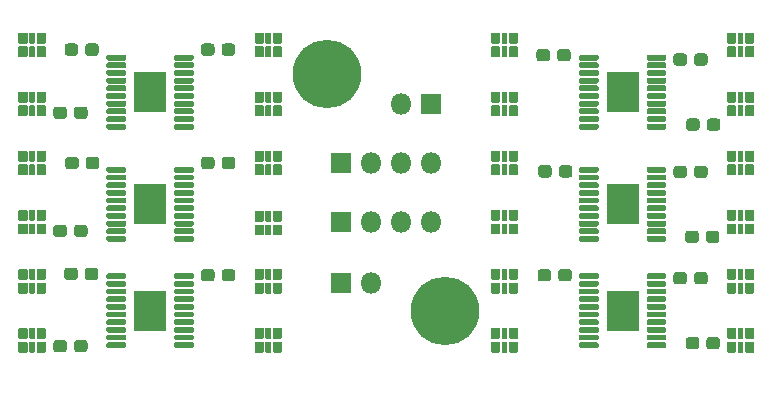
<source format=gbr>
G04 #@! TF.GenerationSoftware,KiCad,Pcbnew,5.99.0-unknown-103b0c1~100~ubuntu19.10.1*
G04 #@! TF.CreationDate,2020-03-22T12:14:24+01:00*
G04 #@! TF.ProjectId,LEDBoard_4x6_p20x5,4c454442-6f61-4726-945f-3478365f7032,v1.0.0*
G04 #@! TF.SameCoordinates,Original*
G04 #@! TF.FileFunction,Soldermask,Top*
G04 #@! TF.FilePolarity,Negative*
%FSLAX46Y46*%
G04 Gerber Fmt 4.6, Leading zero omitted, Abs format (unit mm)*
G04 Created by KiCad (PCBNEW 5.99.0-unknown-103b0c1~100~ubuntu19.10.1) date 2020-03-22 12:14:24*
%MOMM*%
%LPD*%
G01*
G04 APERTURE LIST*
%ADD10R,2.750000X3.430000*%
%ADD11O,1.800000X1.800000*%
%ADD12R,1.800000X1.800000*%
%ADD13C,5.800000*%
G04 APERTURE END LIST*
G36*
G01*
X90385000Y-93473000D02*
X90385000Y-92697000D01*
G75*
G02*
X90462000Y-92620000I77000J0D01*
G01*
X91078000Y-92620000D01*
G75*
G02*
X91155000Y-92697000I0J-77000D01*
G01*
X91155000Y-93473000D01*
G75*
G02*
X91078000Y-93550000I-77000J0D01*
G01*
X90462000Y-93550000D01*
G75*
G02*
X90385000Y-93473000I0J77000D01*
G01*
G37*
G36*
G01*
X89765000Y-93503000D02*
X89765000Y-92667000D01*
G75*
G02*
X89812000Y-92620000I47000J0D01*
G01*
X90188000Y-92620000D01*
G75*
G02*
X90235000Y-92667000I0J-47000D01*
G01*
X90235000Y-93503000D01*
G75*
G02*
X90188000Y-93550000I-47000J0D01*
G01*
X89812000Y-93550000D01*
G75*
G02*
X89765000Y-93503000I0J47000D01*
G01*
G37*
G36*
G01*
X88845000Y-93473000D02*
X88845000Y-92697000D01*
G75*
G02*
X88922000Y-92620000I77000J0D01*
G01*
X89538000Y-92620000D01*
G75*
G02*
X89615000Y-92697000I0J-77000D01*
G01*
X89615000Y-93473000D01*
G75*
G02*
X89538000Y-93550000I-77000J0D01*
G01*
X88922000Y-93550000D01*
G75*
G02*
X88845000Y-93473000I0J77000D01*
G01*
G37*
G36*
G01*
X90385000Y-92303000D02*
X90385000Y-91527000D01*
G75*
G02*
X90462000Y-91450000I77000J0D01*
G01*
X91078000Y-91450000D01*
G75*
G02*
X91155000Y-91527000I0J-77000D01*
G01*
X91155000Y-92303000D01*
G75*
G02*
X91078000Y-92380000I-77000J0D01*
G01*
X90462000Y-92380000D01*
G75*
G02*
X90385000Y-92303000I0J77000D01*
G01*
G37*
G36*
G01*
X89765000Y-92333000D02*
X89765000Y-91497000D01*
G75*
G02*
X89812000Y-91450000I47000J0D01*
G01*
X90188000Y-91450000D01*
G75*
G02*
X90235000Y-91497000I0J-47000D01*
G01*
X90235000Y-92333000D01*
G75*
G02*
X90188000Y-92380000I-47000J0D01*
G01*
X89812000Y-92380000D01*
G75*
G02*
X89765000Y-92333000I0J47000D01*
G01*
G37*
G36*
G01*
X88845000Y-92303000D02*
X88845000Y-91527000D01*
G75*
G02*
X88922000Y-91450000I77000J0D01*
G01*
X89538000Y-91450000D01*
G75*
G02*
X89615000Y-91527000I0J-77000D01*
G01*
X89615000Y-92303000D01*
G75*
G02*
X89538000Y-92380000I-77000J0D01*
G01*
X88922000Y-92380000D01*
G75*
G02*
X88845000Y-92303000I0J77000D01*
G01*
G37*
G36*
G01*
X130385000Y-113473000D02*
X130385000Y-112697000D01*
G75*
G02*
X130462000Y-112620000I77000J0D01*
G01*
X131078000Y-112620000D01*
G75*
G02*
X131155000Y-112697000I0J-77000D01*
G01*
X131155000Y-113473000D01*
G75*
G02*
X131078000Y-113550000I-77000J0D01*
G01*
X130462000Y-113550000D01*
G75*
G02*
X130385000Y-113473000I0J77000D01*
G01*
G37*
G36*
G01*
X129765000Y-113503000D02*
X129765000Y-112667000D01*
G75*
G02*
X129812000Y-112620000I47000J0D01*
G01*
X130188000Y-112620000D01*
G75*
G02*
X130235000Y-112667000I0J-47000D01*
G01*
X130235000Y-113503000D01*
G75*
G02*
X130188000Y-113550000I-47000J0D01*
G01*
X129812000Y-113550000D01*
G75*
G02*
X129765000Y-113503000I0J47000D01*
G01*
G37*
G36*
G01*
X128845000Y-113473000D02*
X128845000Y-112697000D01*
G75*
G02*
X128922000Y-112620000I77000J0D01*
G01*
X129538000Y-112620000D01*
G75*
G02*
X129615000Y-112697000I0J-77000D01*
G01*
X129615000Y-113473000D01*
G75*
G02*
X129538000Y-113550000I-77000J0D01*
G01*
X128922000Y-113550000D01*
G75*
G02*
X128845000Y-113473000I0J77000D01*
G01*
G37*
G36*
G01*
X130385000Y-112303000D02*
X130385000Y-111527000D01*
G75*
G02*
X130462000Y-111450000I77000J0D01*
G01*
X131078000Y-111450000D01*
G75*
G02*
X131155000Y-111527000I0J-77000D01*
G01*
X131155000Y-112303000D01*
G75*
G02*
X131078000Y-112380000I-77000J0D01*
G01*
X130462000Y-112380000D01*
G75*
G02*
X130385000Y-112303000I0J77000D01*
G01*
G37*
G36*
G01*
X129765000Y-112333000D02*
X129765000Y-111497000D01*
G75*
G02*
X129812000Y-111450000I47000J0D01*
G01*
X130188000Y-111450000D01*
G75*
G02*
X130235000Y-111497000I0J-47000D01*
G01*
X130235000Y-112333000D01*
G75*
G02*
X130188000Y-112380000I-47000J0D01*
G01*
X129812000Y-112380000D01*
G75*
G02*
X129765000Y-112333000I0J47000D01*
G01*
G37*
G36*
G01*
X128845000Y-112303000D02*
X128845000Y-111527000D01*
G75*
G02*
X128922000Y-111450000I77000J0D01*
G01*
X129538000Y-111450000D01*
G75*
G02*
X129615000Y-111527000I0J-77000D01*
G01*
X129615000Y-112303000D01*
G75*
G02*
X129538000Y-112380000I-77000J0D01*
G01*
X128922000Y-112380000D01*
G75*
G02*
X128845000Y-112303000I0J77000D01*
G01*
G37*
G36*
G01*
X130385000Y-108473000D02*
X130385000Y-107697000D01*
G75*
G02*
X130462000Y-107620000I77000J0D01*
G01*
X131078000Y-107620000D01*
G75*
G02*
X131155000Y-107697000I0J-77000D01*
G01*
X131155000Y-108473000D01*
G75*
G02*
X131078000Y-108550000I-77000J0D01*
G01*
X130462000Y-108550000D01*
G75*
G02*
X130385000Y-108473000I0J77000D01*
G01*
G37*
G36*
G01*
X129765000Y-108503000D02*
X129765000Y-107667000D01*
G75*
G02*
X129812000Y-107620000I47000J0D01*
G01*
X130188000Y-107620000D01*
G75*
G02*
X130235000Y-107667000I0J-47000D01*
G01*
X130235000Y-108503000D01*
G75*
G02*
X130188000Y-108550000I-47000J0D01*
G01*
X129812000Y-108550000D01*
G75*
G02*
X129765000Y-108503000I0J47000D01*
G01*
G37*
G36*
G01*
X128845000Y-108473000D02*
X128845000Y-107697000D01*
G75*
G02*
X128922000Y-107620000I77000J0D01*
G01*
X129538000Y-107620000D01*
G75*
G02*
X129615000Y-107697000I0J-77000D01*
G01*
X129615000Y-108473000D01*
G75*
G02*
X129538000Y-108550000I-77000J0D01*
G01*
X128922000Y-108550000D01*
G75*
G02*
X128845000Y-108473000I0J77000D01*
G01*
G37*
G36*
G01*
X130385000Y-107303000D02*
X130385000Y-106527000D01*
G75*
G02*
X130462000Y-106450000I77000J0D01*
G01*
X131078000Y-106450000D01*
G75*
G02*
X131155000Y-106527000I0J-77000D01*
G01*
X131155000Y-107303000D01*
G75*
G02*
X131078000Y-107380000I-77000J0D01*
G01*
X130462000Y-107380000D01*
G75*
G02*
X130385000Y-107303000I0J77000D01*
G01*
G37*
G36*
G01*
X129765000Y-107333000D02*
X129765000Y-106497000D01*
G75*
G02*
X129812000Y-106450000I47000J0D01*
G01*
X130188000Y-106450000D01*
G75*
G02*
X130235000Y-106497000I0J-47000D01*
G01*
X130235000Y-107333000D01*
G75*
G02*
X130188000Y-107380000I-47000J0D01*
G01*
X129812000Y-107380000D01*
G75*
G02*
X129765000Y-107333000I0J47000D01*
G01*
G37*
G36*
G01*
X128845000Y-107303000D02*
X128845000Y-106527000D01*
G75*
G02*
X128922000Y-106450000I77000J0D01*
G01*
X129538000Y-106450000D01*
G75*
G02*
X129615000Y-106527000I0J-77000D01*
G01*
X129615000Y-107303000D01*
G75*
G02*
X129538000Y-107380000I-77000J0D01*
G01*
X128922000Y-107380000D01*
G75*
G02*
X128845000Y-107303000I0J77000D01*
G01*
G37*
G36*
G01*
X130385000Y-103473000D02*
X130385000Y-102697000D01*
G75*
G02*
X130462000Y-102620000I77000J0D01*
G01*
X131078000Y-102620000D01*
G75*
G02*
X131155000Y-102697000I0J-77000D01*
G01*
X131155000Y-103473000D01*
G75*
G02*
X131078000Y-103550000I-77000J0D01*
G01*
X130462000Y-103550000D01*
G75*
G02*
X130385000Y-103473000I0J77000D01*
G01*
G37*
G36*
G01*
X129765000Y-103503000D02*
X129765000Y-102667000D01*
G75*
G02*
X129812000Y-102620000I47000J0D01*
G01*
X130188000Y-102620000D01*
G75*
G02*
X130235000Y-102667000I0J-47000D01*
G01*
X130235000Y-103503000D01*
G75*
G02*
X130188000Y-103550000I-47000J0D01*
G01*
X129812000Y-103550000D01*
G75*
G02*
X129765000Y-103503000I0J47000D01*
G01*
G37*
G36*
G01*
X128845000Y-103473000D02*
X128845000Y-102697000D01*
G75*
G02*
X128922000Y-102620000I77000J0D01*
G01*
X129538000Y-102620000D01*
G75*
G02*
X129615000Y-102697000I0J-77000D01*
G01*
X129615000Y-103473000D01*
G75*
G02*
X129538000Y-103550000I-77000J0D01*
G01*
X128922000Y-103550000D01*
G75*
G02*
X128845000Y-103473000I0J77000D01*
G01*
G37*
G36*
G01*
X130385000Y-102303000D02*
X130385000Y-101527000D01*
G75*
G02*
X130462000Y-101450000I77000J0D01*
G01*
X131078000Y-101450000D01*
G75*
G02*
X131155000Y-101527000I0J-77000D01*
G01*
X131155000Y-102303000D01*
G75*
G02*
X131078000Y-102380000I-77000J0D01*
G01*
X130462000Y-102380000D01*
G75*
G02*
X130385000Y-102303000I0J77000D01*
G01*
G37*
G36*
G01*
X129765000Y-102333000D02*
X129765000Y-101497000D01*
G75*
G02*
X129812000Y-101450000I47000J0D01*
G01*
X130188000Y-101450000D01*
G75*
G02*
X130235000Y-101497000I0J-47000D01*
G01*
X130235000Y-102333000D01*
G75*
G02*
X130188000Y-102380000I-47000J0D01*
G01*
X129812000Y-102380000D01*
G75*
G02*
X129765000Y-102333000I0J47000D01*
G01*
G37*
G36*
G01*
X128845000Y-102303000D02*
X128845000Y-101527000D01*
G75*
G02*
X128922000Y-101450000I77000J0D01*
G01*
X129538000Y-101450000D01*
G75*
G02*
X129615000Y-101527000I0J-77000D01*
G01*
X129615000Y-102303000D01*
G75*
G02*
X129538000Y-102380000I-77000J0D01*
G01*
X128922000Y-102380000D01*
G75*
G02*
X128845000Y-102303000I0J77000D01*
G01*
G37*
G36*
G01*
X130385000Y-98473000D02*
X130385000Y-97697000D01*
G75*
G02*
X130462000Y-97620000I77000J0D01*
G01*
X131078000Y-97620000D01*
G75*
G02*
X131155000Y-97697000I0J-77000D01*
G01*
X131155000Y-98473000D01*
G75*
G02*
X131078000Y-98550000I-77000J0D01*
G01*
X130462000Y-98550000D01*
G75*
G02*
X130385000Y-98473000I0J77000D01*
G01*
G37*
G36*
G01*
X129765000Y-98503000D02*
X129765000Y-97667000D01*
G75*
G02*
X129812000Y-97620000I47000J0D01*
G01*
X130188000Y-97620000D01*
G75*
G02*
X130235000Y-97667000I0J-47000D01*
G01*
X130235000Y-98503000D01*
G75*
G02*
X130188000Y-98550000I-47000J0D01*
G01*
X129812000Y-98550000D01*
G75*
G02*
X129765000Y-98503000I0J47000D01*
G01*
G37*
G36*
G01*
X128845000Y-98473000D02*
X128845000Y-97697000D01*
G75*
G02*
X128922000Y-97620000I77000J0D01*
G01*
X129538000Y-97620000D01*
G75*
G02*
X129615000Y-97697000I0J-77000D01*
G01*
X129615000Y-98473000D01*
G75*
G02*
X129538000Y-98550000I-77000J0D01*
G01*
X128922000Y-98550000D01*
G75*
G02*
X128845000Y-98473000I0J77000D01*
G01*
G37*
G36*
G01*
X130385000Y-97303000D02*
X130385000Y-96527000D01*
G75*
G02*
X130462000Y-96450000I77000J0D01*
G01*
X131078000Y-96450000D01*
G75*
G02*
X131155000Y-96527000I0J-77000D01*
G01*
X131155000Y-97303000D01*
G75*
G02*
X131078000Y-97380000I-77000J0D01*
G01*
X130462000Y-97380000D01*
G75*
G02*
X130385000Y-97303000I0J77000D01*
G01*
G37*
G36*
G01*
X129765000Y-97333000D02*
X129765000Y-96497000D01*
G75*
G02*
X129812000Y-96450000I47000J0D01*
G01*
X130188000Y-96450000D01*
G75*
G02*
X130235000Y-96497000I0J-47000D01*
G01*
X130235000Y-97333000D01*
G75*
G02*
X130188000Y-97380000I-47000J0D01*
G01*
X129812000Y-97380000D01*
G75*
G02*
X129765000Y-97333000I0J47000D01*
G01*
G37*
G36*
G01*
X128845000Y-97303000D02*
X128845000Y-96527000D01*
G75*
G02*
X128922000Y-96450000I77000J0D01*
G01*
X129538000Y-96450000D01*
G75*
G02*
X129615000Y-96527000I0J-77000D01*
G01*
X129615000Y-97303000D01*
G75*
G02*
X129538000Y-97380000I-77000J0D01*
G01*
X128922000Y-97380000D01*
G75*
G02*
X128845000Y-97303000I0J77000D01*
G01*
G37*
G36*
G01*
X130385000Y-93473000D02*
X130385000Y-92697000D01*
G75*
G02*
X130462000Y-92620000I77000J0D01*
G01*
X131078000Y-92620000D01*
G75*
G02*
X131155000Y-92697000I0J-77000D01*
G01*
X131155000Y-93473000D01*
G75*
G02*
X131078000Y-93550000I-77000J0D01*
G01*
X130462000Y-93550000D01*
G75*
G02*
X130385000Y-93473000I0J77000D01*
G01*
G37*
G36*
G01*
X129765000Y-93503000D02*
X129765000Y-92667000D01*
G75*
G02*
X129812000Y-92620000I47000J0D01*
G01*
X130188000Y-92620000D01*
G75*
G02*
X130235000Y-92667000I0J-47000D01*
G01*
X130235000Y-93503000D01*
G75*
G02*
X130188000Y-93550000I-47000J0D01*
G01*
X129812000Y-93550000D01*
G75*
G02*
X129765000Y-93503000I0J47000D01*
G01*
G37*
G36*
G01*
X128845000Y-93473000D02*
X128845000Y-92697000D01*
G75*
G02*
X128922000Y-92620000I77000J0D01*
G01*
X129538000Y-92620000D01*
G75*
G02*
X129615000Y-92697000I0J-77000D01*
G01*
X129615000Y-93473000D01*
G75*
G02*
X129538000Y-93550000I-77000J0D01*
G01*
X128922000Y-93550000D01*
G75*
G02*
X128845000Y-93473000I0J77000D01*
G01*
G37*
G36*
G01*
X130385000Y-92303000D02*
X130385000Y-91527000D01*
G75*
G02*
X130462000Y-91450000I77000J0D01*
G01*
X131078000Y-91450000D01*
G75*
G02*
X131155000Y-91527000I0J-77000D01*
G01*
X131155000Y-92303000D01*
G75*
G02*
X131078000Y-92380000I-77000J0D01*
G01*
X130462000Y-92380000D01*
G75*
G02*
X130385000Y-92303000I0J77000D01*
G01*
G37*
G36*
G01*
X129765000Y-92333000D02*
X129765000Y-91497000D01*
G75*
G02*
X129812000Y-91450000I47000J0D01*
G01*
X130188000Y-91450000D01*
G75*
G02*
X130235000Y-91497000I0J-47000D01*
G01*
X130235000Y-92333000D01*
G75*
G02*
X130188000Y-92380000I-47000J0D01*
G01*
X129812000Y-92380000D01*
G75*
G02*
X129765000Y-92333000I0J47000D01*
G01*
G37*
G36*
G01*
X128845000Y-92303000D02*
X128845000Y-91527000D01*
G75*
G02*
X128922000Y-91450000I77000J0D01*
G01*
X129538000Y-91450000D01*
G75*
G02*
X129615000Y-91527000I0J-77000D01*
G01*
X129615000Y-92303000D01*
G75*
G02*
X129538000Y-92380000I-77000J0D01*
G01*
X128922000Y-92380000D01*
G75*
G02*
X128845000Y-92303000I0J77000D01*
G01*
G37*
G36*
G01*
X130385000Y-88473000D02*
X130385000Y-87697000D01*
G75*
G02*
X130462000Y-87620000I77000J0D01*
G01*
X131078000Y-87620000D01*
G75*
G02*
X131155000Y-87697000I0J-77000D01*
G01*
X131155000Y-88473000D01*
G75*
G02*
X131078000Y-88550000I-77000J0D01*
G01*
X130462000Y-88550000D01*
G75*
G02*
X130385000Y-88473000I0J77000D01*
G01*
G37*
G36*
G01*
X129765000Y-88503000D02*
X129765000Y-87667000D01*
G75*
G02*
X129812000Y-87620000I47000J0D01*
G01*
X130188000Y-87620000D01*
G75*
G02*
X130235000Y-87667000I0J-47000D01*
G01*
X130235000Y-88503000D01*
G75*
G02*
X130188000Y-88550000I-47000J0D01*
G01*
X129812000Y-88550000D01*
G75*
G02*
X129765000Y-88503000I0J47000D01*
G01*
G37*
G36*
G01*
X128845000Y-88473000D02*
X128845000Y-87697000D01*
G75*
G02*
X128922000Y-87620000I77000J0D01*
G01*
X129538000Y-87620000D01*
G75*
G02*
X129615000Y-87697000I0J-77000D01*
G01*
X129615000Y-88473000D01*
G75*
G02*
X129538000Y-88550000I-77000J0D01*
G01*
X128922000Y-88550000D01*
G75*
G02*
X128845000Y-88473000I0J77000D01*
G01*
G37*
G36*
G01*
X130385000Y-87303000D02*
X130385000Y-86527000D01*
G75*
G02*
X130462000Y-86450000I77000J0D01*
G01*
X131078000Y-86450000D01*
G75*
G02*
X131155000Y-86527000I0J-77000D01*
G01*
X131155000Y-87303000D01*
G75*
G02*
X131078000Y-87380000I-77000J0D01*
G01*
X130462000Y-87380000D01*
G75*
G02*
X130385000Y-87303000I0J77000D01*
G01*
G37*
G36*
G01*
X129765000Y-87333000D02*
X129765000Y-86497000D01*
G75*
G02*
X129812000Y-86450000I47000J0D01*
G01*
X130188000Y-86450000D01*
G75*
G02*
X130235000Y-86497000I0J-47000D01*
G01*
X130235000Y-87333000D01*
G75*
G02*
X130188000Y-87380000I-47000J0D01*
G01*
X129812000Y-87380000D01*
G75*
G02*
X129765000Y-87333000I0J47000D01*
G01*
G37*
G36*
G01*
X128845000Y-87303000D02*
X128845000Y-86527000D01*
G75*
G02*
X128922000Y-86450000I77000J0D01*
G01*
X129538000Y-86450000D01*
G75*
G02*
X129615000Y-86527000I0J-77000D01*
G01*
X129615000Y-87303000D01*
G75*
G02*
X129538000Y-87380000I-77000J0D01*
G01*
X128922000Y-87380000D01*
G75*
G02*
X128845000Y-87303000I0J77000D01*
G01*
G37*
G36*
G01*
X110385000Y-113473000D02*
X110385000Y-112697000D01*
G75*
G02*
X110462000Y-112620000I77000J0D01*
G01*
X111078000Y-112620000D01*
G75*
G02*
X111155000Y-112697000I0J-77000D01*
G01*
X111155000Y-113473000D01*
G75*
G02*
X111078000Y-113550000I-77000J0D01*
G01*
X110462000Y-113550000D01*
G75*
G02*
X110385000Y-113473000I0J77000D01*
G01*
G37*
G36*
G01*
X109765000Y-113503000D02*
X109765000Y-112667000D01*
G75*
G02*
X109812000Y-112620000I47000J0D01*
G01*
X110188000Y-112620000D01*
G75*
G02*
X110235000Y-112667000I0J-47000D01*
G01*
X110235000Y-113503000D01*
G75*
G02*
X110188000Y-113550000I-47000J0D01*
G01*
X109812000Y-113550000D01*
G75*
G02*
X109765000Y-113503000I0J47000D01*
G01*
G37*
G36*
G01*
X108845000Y-113473000D02*
X108845000Y-112697000D01*
G75*
G02*
X108922000Y-112620000I77000J0D01*
G01*
X109538000Y-112620000D01*
G75*
G02*
X109615000Y-112697000I0J-77000D01*
G01*
X109615000Y-113473000D01*
G75*
G02*
X109538000Y-113550000I-77000J0D01*
G01*
X108922000Y-113550000D01*
G75*
G02*
X108845000Y-113473000I0J77000D01*
G01*
G37*
G36*
G01*
X110385000Y-112303000D02*
X110385000Y-111527000D01*
G75*
G02*
X110462000Y-111450000I77000J0D01*
G01*
X111078000Y-111450000D01*
G75*
G02*
X111155000Y-111527000I0J-77000D01*
G01*
X111155000Y-112303000D01*
G75*
G02*
X111078000Y-112380000I-77000J0D01*
G01*
X110462000Y-112380000D01*
G75*
G02*
X110385000Y-112303000I0J77000D01*
G01*
G37*
G36*
G01*
X109765000Y-112333000D02*
X109765000Y-111497000D01*
G75*
G02*
X109812000Y-111450000I47000J0D01*
G01*
X110188000Y-111450000D01*
G75*
G02*
X110235000Y-111497000I0J-47000D01*
G01*
X110235000Y-112333000D01*
G75*
G02*
X110188000Y-112380000I-47000J0D01*
G01*
X109812000Y-112380000D01*
G75*
G02*
X109765000Y-112333000I0J47000D01*
G01*
G37*
G36*
G01*
X108845000Y-112303000D02*
X108845000Y-111527000D01*
G75*
G02*
X108922000Y-111450000I77000J0D01*
G01*
X109538000Y-111450000D01*
G75*
G02*
X109615000Y-111527000I0J-77000D01*
G01*
X109615000Y-112303000D01*
G75*
G02*
X109538000Y-112380000I-77000J0D01*
G01*
X108922000Y-112380000D01*
G75*
G02*
X108845000Y-112303000I0J77000D01*
G01*
G37*
G36*
G01*
X110385000Y-108473000D02*
X110385000Y-107697000D01*
G75*
G02*
X110462000Y-107620000I77000J0D01*
G01*
X111078000Y-107620000D01*
G75*
G02*
X111155000Y-107697000I0J-77000D01*
G01*
X111155000Y-108473000D01*
G75*
G02*
X111078000Y-108550000I-77000J0D01*
G01*
X110462000Y-108550000D01*
G75*
G02*
X110385000Y-108473000I0J77000D01*
G01*
G37*
G36*
G01*
X109765000Y-108503000D02*
X109765000Y-107667000D01*
G75*
G02*
X109812000Y-107620000I47000J0D01*
G01*
X110188000Y-107620000D01*
G75*
G02*
X110235000Y-107667000I0J-47000D01*
G01*
X110235000Y-108503000D01*
G75*
G02*
X110188000Y-108550000I-47000J0D01*
G01*
X109812000Y-108550000D01*
G75*
G02*
X109765000Y-108503000I0J47000D01*
G01*
G37*
G36*
G01*
X108845000Y-108473000D02*
X108845000Y-107697000D01*
G75*
G02*
X108922000Y-107620000I77000J0D01*
G01*
X109538000Y-107620000D01*
G75*
G02*
X109615000Y-107697000I0J-77000D01*
G01*
X109615000Y-108473000D01*
G75*
G02*
X109538000Y-108550000I-77000J0D01*
G01*
X108922000Y-108550000D01*
G75*
G02*
X108845000Y-108473000I0J77000D01*
G01*
G37*
G36*
G01*
X110385000Y-107303000D02*
X110385000Y-106527000D01*
G75*
G02*
X110462000Y-106450000I77000J0D01*
G01*
X111078000Y-106450000D01*
G75*
G02*
X111155000Y-106527000I0J-77000D01*
G01*
X111155000Y-107303000D01*
G75*
G02*
X111078000Y-107380000I-77000J0D01*
G01*
X110462000Y-107380000D01*
G75*
G02*
X110385000Y-107303000I0J77000D01*
G01*
G37*
G36*
G01*
X109765000Y-107333000D02*
X109765000Y-106497000D01*
G75*
G02*
X109812000Y-106450000I47000J0D01*
G01*
X110188000Y-106450000D01*
G75*
G02*
X110235000Y-106497000I0J-47000D01*
G01*
X110235000Y-107333000D01*
G75*
G02*
X110188000Y-107380000I-47000J0D01*
G01*
X109812000Y-107380000D01*
G75*
G02*
X109765000Y-107333000I0J47000D01*
G01*
G37*
G36*
G01*
X108845000Y-107303000D02*
X108845000Y-106527000D01*
G75*
G02*
X108922000Y-106450000I77000J0D01*
G01*
X109538000Y-106450000D01*
G75*
G02*
X109615000Y-106527000I0J-77000D01*
G01*
X109615000Y-107303000D01*
G75*
G02*
X109538000Y-107380000I-77000J0D01*
G01*
X108922000Y-107380000D01*
G75*
G02*
X108845000Y-107303000I0J77000D01*
G01*
G37*
G36*
G01*
X110385000Y-103473000D02*
X110385000Y-102697000D01*
G75*
G02*
X110462000Y-102620000I77000J0D01*
G01*
X111078000Y-102620000D01*
G75*
G02*
X111155000Y-102697000I0J-77000D01*
G01*
X111155000Y-103473000D01*
G75*
G02*
X111078000Y-103550000I-77000J0D01*
G01*
X110462000Y-103550000D01*
G75*
G02*
X110385000Y-103473000I0J77000D01*
G01*
G37*
G36*
G01*
X109765000Y-103503000D02*
X109765000Y-102667000D01*
G75*
G02*
X109812000Y-102620000I47000J0D01*
G01*
X110188000Y-102620000D01*
G75*
G02*
X110235000Y-102667000I0J-47000D01*
G01*
X110235000Y-103503000D01*
G75*
G02*
X110188000Y-103550000I-47000J0D01*
G01*
X109812000Y-103550000D01*
G75*
G02*
X109765000Y-103503000I0J47000D01*
G01*
G37*
G36*
G01*
X108845000Y-103473000D02*
X108845000Y-102697000D01*
G75*
G02*
X108922000Y-102620000I77000J0D01*
G01*
X109538000Y-102620000D01*
G75*
G02*
X109615000Y-102697000I0J-77000D01*
G01*
X109615000Y-103473000D01*
G75*
G02*
X109538000Y-103550000I-77000J0D01*
G01*
X108922000Y-103550000D01*
G75*
G02*
X108845000Y-103473000I0J77000D01*
G01*
G37*
G36*
G01*
X110385000Y-102303000D02*
X110385000Y-101527000D01*
G75*
G02*
X110462000Y-101450000I77000J0D01*
G01*
X111078000Y-101450000D01*
G75*
G02*
X111155000Y-101527000I0J-77000D01*
G01*
X111155000Y-102303000D01*
G75*
G02*
X111078000Y-102380000I-77000J0D01*
G01*
X110462000Y-102380000D01*
G75*
G02*
X110385000Y-102303000I0J77000D01*
G01*
G37*
G36*
G01*
X109765000Y-102333000D02*
X109765000Y-101497000D01*
G75*
G02*
X109812000Y-101450000I47000J0D01*
G01*
X110188000Y-101450000D01*
G75*
G02*
X110235000Y-101497000I0J-47000D01*
G01*
X110235000Y-102333000D01*
G75*
G02*
X110188000Y-102380000I-47000J0D01*
G01*
X109812000Y-102380000D01*
G75*
G02*
X109765000Y-102333000I0J47000D01*
G01*
G37*
G36*
G01*
X108845000Y-102303000D02*
X108845000Y-101527000D01*
G75*
G02*
X108922000Y-101450000I77000J0D01*
G01*
X109538000Y-101450000D01*
G75*
G02*
X109615000Y-101527000I0J-77000D01*
G01*
X109615000Y-102303000D01*
G75*
G02*
X109538000Y-102380000I-77000J0D01*
G01*
X108922000Y-102380000D01*
G75*
G02*
X108845000Y-102303000I0J77000D01*
G01*
G37*
G36*
G01*
X110385000Y-98473000D02*
X110385000Y-97697000D01*
G75*
G02*
X110462000Y-97620000I77000J0D01*
G01*
X111078000Y-97620000D01*
G75*
G02*
X111155000Y-97697000I0J-77000D01*
G01*
X111155000Y-98473000D01*
G75*
G02*
X111078000Y-98550000I-77000J0D01*
G01*
X110462000Y-98550000D01*
G75*
G02*
X110385000Y-98473000I0J77000D01*
G01*
G37*
G36*
G01*
X109765000Y-98503000D02*
X109765000Y-97667000D01*
G75*
G02*
X109812000Y-97620000I47000J0D01*
G01*
X110188000Y-97620000D01*
G75*
G02*
X110235000Y-97667000I0J-47000D01*
G01*
X110235000Y-98503000D01*
G75*
G02*
X110188000Y-98550000I-47000J0D01*
G01*
X109812000Y-98550000D01*
G75*
G02*
X109765000Y-98503000I0J47000D01*
G01*
G37*
G36*
G01*
X108845000Y-98473000D02*
X108845000Y-97697000D01*
G75*
G02*
X108922000Y-97620000I77000J0D01*
G01*
X109538000Y-97620000D01*
G75*
G02*
X109615000Y-97697000I0J-77000D01*
G01*
X109615000Y-98473000D01*
G75*
G02*
X109538000Y-98550000I-77000J0D01*
G01*
X108922000Y-98550000D01*
G75*
G02*
X108845000Y-98473000I0J77000D01*
G01*
G37*
G36*
G01*
X110385000Y-97303000D02*
X110385000Y-96527000D01*
G75*
G02*
X110462000Y-96450000I77000J0D01*
G01*
X111078000Y-96450000D01*
G75*
G02*
X111155000Y-96527000I0J-77000D01*
G01*
X111155000Y-97303000D01*
G75*
G02*
X111078000Y-97380000I-77000J0D01*
G01*
X110462000Y-97380000D01*
G75*
G02*
X110385000Y-97303000I0J77000D01*
G01*
G37*
G36*
G01*
X109765000Y-97333000D02*
X109765000Y-96497000D01*
G75*
G02*
X109812000Y-96450000I47000J0D01*
G01*
X110188000Y-96450000D01*
G75*
G02*
X110235000Y-96497000I0J-47000D01*
G01*
X110235000Y-97333000D01*
G75*
G02*
X110188000Y-97380000I-47000J0D01*
G01*
X109812000Y-97380000D01*
G75*
G02*
X109765000Y-97333000I0J47000D01*
G01*
G37*
G36*
G01*
X108845000Y-97303000D02*
X108845000Y-96527000D01*
G75*
G02*
X108922000Y-96450000I77000J0D01*
G01*
X109538000Y-96450000D01*
G75*
G02*
X109615000Y-96527000I0J-77000D01*
G01*
X109615000Y-97303000D01*
G75*
G02*
X109538000Y-97380000I-77000J0D01*
G01*
X108922000Y-97380000D01*
G75*
G02*
X108845000Y-97303000I0J77000D01*
G01*
G37*
G36*
G01*
X110385000Y-93473000D02*
X110385000Y-92697000D01*
G75*
G02*
X110462000Y-92620000I77000J0D01*
G01*
X111078000Y-92620000D01*
G75*
G02*
X111155000Y-92697000I0J-77000D01*
G01*
X111155000Y-93473000D01*
G75*
G02*
X111078000Y-93550000I-77000J0D01*
G01*
X110462000Y-93550000D01*
G75*
G02*
X110385000Y-93473000I0J77000D01*
G01*
G37*
G36*
G01*
X109765000Y-93503000D02*
X109765000Y-92667000D01*
G75*
G02*
X109812000Y-92620000I47000J0D01*
G01*
X110188000Y-92620000D01*
G75*
G02*
X110235000Y-92667000I0J-47000D01*
G01*
X110235000Y-93503000D01*
G75*
G02*
X110188000Y-93550000I-47000J0D01*
G01*
X109812000Y-93550000D01*
G75*
G02*
X109765000Y-93503000I0J47000D01*
G01*
G37*
G36*
G01*
X108845000Y-93473000D02*
X108845000Y-92697000D01*
G75*
G02*
X108922000Y-92620000I77000J0D01*
G01*
X109538000Y-92620000D01*
G75*
G02*
X109615000Y-92697000I0J-77000D01*
G01*
X109615000Y-93473000D01*
G75*
G02*
X109538000Y-93550000I-77000J0D01*
G01*
X108922000Y-93550000D01*
G75*
G02*
X108845000Y-93473000I0J77000D01*
G01*
G37*
G36*
G01*
X110385000Y-92303000D02*
X110385000Y-91527000D01*
G75*
G02*
X110462000Y-91450000I77000J0D01*
G01*
X111078000Y-91450000D01*
G75*
G02*
X111155000Y-91527000I0J-77000D01*
G01*
X111155000Y-92303000D01*
G75*
G02*
X111078000Y-92380000I-77000J0D01*
G01*
X110462000Y-92380000D01*
G75*
G02*
X110385000Y-92303000I0J77000D01*
G01*
G37*
G36*
G01*
X109765000Y-92333000D02*
X109765000Y-91497000D01*
G75*
G02*
X109812000Y-91450000I47000J0D01*
G01*
X110188000Y-91450000D01*
G75*
G02*
X110235000Y-91497000I0J-47000D01*
G01*
X110235000Y-92333000D01*
G75*
G02*
X110188000Y-92380000I-47000J0D01*
G01*
X109812000Y-92380000D01*
G75*
G02*
X109765000Y-92333000I0J47000D01*
G01*
G37*
G36*
G01*
X108845000Y-92303000D02*
X108845000Y-91527000D01*
G75*
G02*
X108922000Y-91450000I77000J0D01*
G01*
X109538000Y-91450000D01*
G75*
G02*
X109615000Y-91527000I0J-77000D01*
G01*
X109615000Y-92303000D01*
G75*
G02*
X109538000Y-92380000I-77000J0D01*
G01*
X108922000Y-92380000D01*
G75*
G02*
X108845000Y-92303000I0J77000D01*
G01*
G37*
G36*
G01*
X110385000Y-88473000D02*
X110385000Y-87697000D01*
G75*
G02*
X110462000Y-87620000I77000J0D01*
G01*
X111078000Y-87620000D01*
G75*
G02*
X111155000Y-87697000I0J-77000D01*
G01*
X111155000Y-88473000D01*
G75*
G02*
X111078000Y-88550000I-77000J0D01*
G01*
X110462000Y-88550000D01*
G75*
G02*
X110385000Y-88473000I0J77000D01*
G01*
G37*
G36*
G01*
X109765000Y-88503000D02*
X109765000Y-87667000D01*
G75*
G02*
X109812000Y-87620000I47000J0D01*
G01*
X110188000Y-87620000D01*
G75*
G02*
X110235000Y-87667000I0J-47000D01*
G01*
X110235000Y-88503000D01*
G75*
G02*
X110188000Y-88550000I-47000J0D01*
G01*
X109812000Y-88550000D01*
G75*
G02*
X109765000Y-88503000I0J47000D01*
G01*
G37*
G36*
G01*
X108845000Y-88473000D02*
X108845000Y-87697000D01*
G75*
G02*
X108922000Y-87620000I77000J0D01*
G01*
X109538000Y-87620000D01*
G75*
G02*
X109615000Y-87697000I0J-77000D01*
G01*
X109615000Y-88473000D01*
G75*
G02*
X109538000Y-88550000I-77000J0D01*
G01*
X108922000Y-88550000D01*
G75*
G02*
X108845000Y-88473000I0J77000D01*
G01*
G37*
G36*
G01*
X110385000Y-87303000D02*
X110385000Y-86527000D01*
G75*
G02*
X110462000Y-86450000I77000J0D01*
G01*
X111078000Y-86450000D01*
G75*
G02*
X111155000Y-86527000I0J-77000D01*
G01*
X111155000Y-87303000D01*
G75*
G02*
X111078000Y-87380000I-77000J0D01*
G01*
X110462000Y-87380000D01*
G75*
G02*
X110385000Y-87303000I0J77000D01*
G01*
G37*
G36*
G01*
X109765000Y-87333000D02*
X109765000Y-86497000D01*
G75*
G02*
X109812000Y-86450000I47000J0D01*
G01*
X110188000Y-86450000D01*
G75*
G02*
X110235000Y-86497000I0J-47000D01*
G01*
X110235000Y-87333000D01*
G75*
G02*
X110188000Y-87380000I-47000J0D01*
G01*
X109812000Y-87380000D01*
G75*
G02*
X109765000Y-87333000I0J47000D01*
G01*
G37*
G36*
G01*
X108845000Y-87303000D02*
X108845000Y-86527000D01*
G75*
G02*
X108922000Y-86450000I77000J0D01*
G01*
X109538000Y-86450000D01*
G75*
G02*
X109615000Y-86527000I0J-77000D01*
G01*
X109615000Y-87303000D01*
G75*
G02*
X109538000Y-87380000I-77000J0D01*
G01*
X108922000Y-87380000D01*
G75*
G02*
X108845000Y-87303000I0J77000D01*
G01*
G37*
G36*
G01*
X90385000Y-113473000D02*
X90385000Y-112697000D01*
G75*
G02*
X90462000Y-112620000I77000J0D01*
G01*
X91078000Y-112620000D01*
G75*
G02*
X91155000Y-112697000I0J-77000D01*
G01*
X91155000Y-113473000D01*
G75*
G02*
X91078000Y-113550000I-77000J0D01*
G01*
X90462000Y-113550000D01*
G75*
G02*
X90385000Y-113473000I0J77000D01*
G01*
G37*
G36*
G01*
X89765000Y-113503000D02*
X89765000Y-112667000D01*
G75*
G02*
X89812000Y-112620000I47000J0D01*
G01*
X90188000Y-112620000D01*
G75*
G02*
X90235000Y-112667000I0J-47000D01*
G01*
X90235000Y-113503000D01*
G75*
G02*
X90188000Y-113550000I-47000J0D01*
G01*
X89812000Y-113550000D01*
G75*
G02*
X89765000Y-113503000I0J47000D01*
G01*
G37*
G36*
G01*
X88845000Y-113473000D02*
X88845000Y-112697000D01*
G75*
G02*
X88922000Y-112620000I77000J0D01*
G01*
X89538000Y-112620000D01*
G75*
G02*
X89615000Y-112697000I0J-77000D01*
G01*
X89615000Y-113473000D01*
G75*
G02*
X89538000Y-113550000I-77000J0D01*
G01*
X88922000Y-113550000D01*
G75*
G02*
X88845000Y-113473000I0J77000D01*
G01*
G37*
G36*
G01*
X90385000Y-112303000D02*
X90385000Y-111527000D01*
G75*
G02*
X90462000Y-111450000I77000J0D01*
G01*
X91078000Y-111450000D01*
G75*
G02*
X91155000Y-111527000I0J-77000D01*
G01*
X91155000Y-112303000D01*
G75*
G02*
X91078000Y-112380000I-77000J0D01*
G01*
X90462000Y-112380000D01*
G75*
G02*
X90385000Y-112303000I0J77000D01*
G01*
G37*
G36*
G01*
X89765000Y-112333000D02*
X89765000Y-111497000D01*
G75*
G02*
X89812000Y-111450000I47000J0D01*
G01*
X90188000Y-111450000D01*
G75*
G02*
X90235000Y-111497000I0J-47000D01*
G01*
X90235000Y-112333000D01*
G75*
G02*
X90188000Y-112380000I-47000J0D01*
G01*
X89812000Y-112380000D01*
G75*
G02*
X89765000Y-112333000I0J47000D01*
G01*
G37*
G36*
G01*
X88845000Y-112303000D02*
X88845000Y-111527000D01*
G75*
G02*
X88922000Y-111450000I77000J0D01*
G01*
X89538000Y-111450000D01*
G75*
G02*
X89615000Y-111527000I0J-77000D01*
G01*
X89615000Y-112303000D01*
G75*
G02*
X89538000Y-112380000I-77000J0D01*
G01*
X88922000Y-112380000D01*
G75*
G02*
X88845000Y-112303000I0J77000D01*
G01*
G37*
G36*
G01*
X90385000Y-108473000D02*
X90385000Y-107697000D01*
G75*
G02*
X90462000Y-107620000I77000J0D01*
G01*
X91078000Y-107620000D01*
G75*
G02*
X91155000Y-107697000I0J-77000D01*
G01*
X91155000Y-108473000D01*
G75*
G02*
X91078000Y-108550000I-77000J0D01*
G01*
X90462000Y-108550000D01*
G75*
G02*
X90385000Y-108473000I0J77000D01*
G01*
G37*
G36*
G01*
X89765000Y-108503000D02*
X89765000Y-107667000D01*
G75*
G02*
X89812000Y-107620000I47000J0D01*
G01*
X90188000Y-107620000D01*
G75*
G02*
X90235000Y-107667000I0J-47000D01*
G01*
X90235000Y-108503000D01*
G75*
G02*
X90188000Y-108550000I-47000J0D01*
G01*
X89812000Y-108550000D01*
G75*
G02*
X89765000Y-108503000I0J47000D01*
G01*
G37*
G36*
G01*
X88845000Y-108473000D02*
X88845000Y-107697000D01*
G75*
G02*
X88922000Y-107620000I77000J0D01*
G01*
X89538000Y-107620000D01*
G75*
G02*
X89615000Y-107697000I0J-77000D01*
G01*
X89615000Y-108473000D01*
G75*
G02*
X89538000Y-108550000I-77000J0D01*
G01*
X88922000Y-108550000D01*
G75*
G02*
X88845000Y-108473000I0J77000D01*
G01*
G37*
G36*
G01*
X90385000Y-107303000D02*
X90385000Y-106527000D01*
G75*
G02*
X90462000Y-106450000I77000J0D01*
G01*
X91078000Y-106450000D01*
G75*
G02*
X91155000Y-106527000I0J-77000D01*
G01*
X91155000Y-107303000D01*
G75*
G02*
X91078000Y-107380000I-77000J0D01*
G01*
X90462000Y-107380000D01*
G75*
G02*
X90385000Y-107303000I0J77000D01*
G01*
G37*
G36*
G01*
X89765000Y-107333000D02*
X89765000Y-106497000D01*
G75*
G02*
X89812000Y-106450000I47000J0D01*
G01*
X90188000Y-106450000D01*
G75*
G02*
X90235000Y-106497000I0J-47000D01*
G01*
X90235000Y-107333000D01*
G75*
G02*
X90188000Y-107380000I-47000J0D01*
G01*
X89812000Y-107380000D01*
G75*
G02*
X89765000Y-107333000I0J47000D01*
G01*
G37*
G36*
G01*
X88845000Y-107303000D02*
X88845000Y-106527000D01*
G75*
G02*
X88922000Y-106450000I77000J0D01*
G01*
X89538000Y-106450000D01*
G75*
G02*
X89615000Y-106527000I0J-77000D01*
G01*
X89615000Y-107303000D01*
G75*
G02*
X89538000Y-107380000I-77000J0D01*
G01*
X88922000Y-107380000D01*
G75*
G02*
X88845000Y-107303000I0J77000D01*
G01*
G37*
G36*
G01*
X90385000Y-103558000D02*
X90385000Y-102782000D01*
G75*
G02*
X90462000Y-102705000I77000J0D01*
G01*
X91078000Y-102705000D01*
G75*
G02*
X91155000Y-102782000I0J-77000D01*
G01*
X91155000Y-103558000D01*
G75*
G02*
X91078000Y-103635000I-77000J0D01*
G01*
X90462000Y-103635000D01*
G75*
G02*
X90385000Y-103558000I0J77000D01*
G01*
G37*
G36*
G01*
X89765000Y-103588000D02*
X89765000Y-102752000D01*
G75*
G02*
X89812000Y-102705000I47000J0D01*
G01*
X90188000Y-102705000D01*
G75*
G02*
X90235000Y-102752000I0J-47000D01*
G01*
X90235000Y-103588000D01*
G75*
G02*
X90188000Y-103635000I-47000J0D01*
G01*
X89812000Y-103635000D01*
G75*
G02*
X89765000Y-103588000I0J47000D01*
G01*
G37*
G36*
G01*
X88845000Y-103558000D02*
X88845000Y-102782000D01*
G75*
G02*
X88922000Y-102705000I77000J0D01*
G01*
X89538000Y-102705000D01*
G75*
G02*
X89615000Y-102782000I0J-77000D01*
G01*
X89615000Y-103558000D01*
G75*
G02*
X89538000Y-103635000I-77000J0D01*
G01*
X88922000Y-103635000D01*
G75*
G02*
X88845000Y-103558000I0J77000D01*
G01*
G37*
G36*
G01*
X90385000Y-102388000D02*
X90385000Y-101612000D01*
G75*
G02*
X90462000Y-101535000I77000J0D01*
G01*
X91078000Y-101535000D01*
G75*
G02*
X91155000Y-101612000I0J-77000D01*
G01*
X91155000Y-102388000D01*
G75*
G02*
X91078000Y-102465000I-77000J0D01*
G01*
X90462000Y-102465000D01*
G75*
G02*
X90385000Y-102388000I0J77000D01*
G01*
G37*
G36*
G01*
X89765000Y-102418000D02*
X89765000Y-101582000D01*
G75*
G02*
X89812000Y-101535000I47000J0D01*
G01*
X90188000Y-101535000D01*
G75*
G02*
X90235000Y-101582000I0J-47000D01*
G01*
X90235000Y-102418000D01*
G75*
G02*
X90188000Y-102465000I-47000J0D01*
G01*
X89812000Y-102465000D01*
G75*
G02*
X89765000Y-102418000I0J47000D01*
G01*
G37*
G36*
G01*
X88845000Y-102388000D02*
X88845000Y-101612000D01*
G75*
G02*
X88922000Y-101535000I77000J0D01*
G01*
X89538000Y-101535000D01*
G75*
G02*
X89615000Y-101612000I0J-77000D01*
G01*
X89615000Y-102388000D01*
G75*
G02*
X89538000Y-102465000I-77000J0D01*
G01*
X88922000Y-102465000D01*
G75*
G02*
X88845000Y-102388000I0J77000D01*
G01*
G37*
G36*
G01*
X90385000Y-98473000D02*
X90385000Y-97697000D01*
G75*
G02*
X90462000Y-97620000I77000J0D01*
G01*
X91078000Y-97620000D01*
G75*
G02*
X91155000Y-97697000I0J-77000D01*
G01*
X91155000Y-98473000D01*
G75*
G02*
X91078000Y-98550000I-77000J0D01*
G01*
X90462000Y-98550000D01*
G75*
G02*
X90385000Y-98473000I0J77000D01*
G01*
G37*
G36*
G01*
X89765000Y-98503000D02*
X89765000Y-97667000D01*
G75*
G02*
X89812000Y-97620000I47000J0D01*
G01*
X90188000Y-97620000D01*
G75*
G02*
X90235000Y-97667000I0J-47000D01*
G01*
X90235000Y-98503000D01*
G75*
G02*
X90188000Y-98550000I-47000J0D01*
G01*
X89812000Y-98550000D01*
G75*
G02*
X89765000Y-98503000I0J47000D01*
G01*
G37*
G36*
G01*
X88845000Y-98473000D02*
X88845000Y-97697000D01*
G75*
G02*
X88922000Y-97620000I77000J0D01*
G01*
X89538000Y-97620000D01*
G75*
G02*
X89615000Y-97697000I0J-77000D01*
G01*
X89615000Y-98473000D01*
G75*
G02*
X89538000Y-98550000I-77000J0D01*
G01*
X88922000Y-98550000D01*
G75*
G02*
X88845000Y-98473000I0J77000D01*
G01*
G37*
G36*
G01*
X90385000Y-97303000D02*
X90385000Y-96527000D01*
G75*
G02*
X90462000Y-96450000I77000J0D01*
G01*
X91078000Y-96450000D01*
G75*
G02*
X91155000Y-96527000I0J-77000D01*
G01*
X91155000Y-97303000D01*
G75*
G02*
X91078000Y-97380000I-77000J0D01*
G01*
X90462000Y-97380000D01*
G75*
G02*
X90385000Y-97303000I0J77000D01*
G01*
G37*
G36*
G01*
X89765000Y-97333000D02*
X89765000Y-96497000D01*
G75*
G02*
X89812000Y-96450000I47000J0D01*
G01*
X90188000Y-96450000D01*
G75*
G02*
X90235000Y-96497000I0J-47000D01*
G01*
X90235000Y-97333000D01*
G75*
G02*
X90188000Y-97380000I-47000J0D01*
G01*
X89812000Y-97380000D01*
G75*
G02*
X89765000Y-97333000I0J47000D01*
G01*
G37*
G36*
G01*
X88845000Y-97303000D02*
X88845000Y-96527000D01*
G75*
G02*
X88922000Y-96450000I77000J0D01*
G01*
X89538000Y-96450000D01*
G75*
G02*
X89615000Y-96527000I0J-77000D01*
G01*
X89615000Y-97303000D01*
G75*
G02*
X89538000Y-97380000I-77000J0D01*
G01*
X88922000Y-97380000D01*
G75*
G02*
X88845000Y-97303000I0J77000D01*
G01*
G37*
G36*
G01*
X90385000Y-88473000D02*
X90385000Y-87697000D01*
G75*
G02*
X90462000Y-87620000I77000J0D01*
G01*
X91078000Y-87620000D01*
G75*
G02*
X91155000Y-87697000I0J-77000D01*
G01*
X91155000Y-88473000D01*
G75*
G02*
X91078000Y-88550000I-77000J0D01*
G01*
X90462000Y-88550000D01*
G75*
G02*
X90385000Y-88473000I0J77000D01*
G01*
G37*
G36*
G01*
X89765000Y-88503000D02*
X89765000Y-87667000D01*
G75*
G02*
X89812000Y-87620000I47000J0D01*
G01*
X90188000Y-87620000D01*
G75*
G02*
X90235000Y-87667000I0J-47000D01*
G01*
X90235000Y-88503000D01*
G75*
G02*
X90188000Y-88550000I-47000J0D01*
G01*
X89812000Y-88550000D01*
G75*
G02*
X89765000Y-88503000I0J47000D01*
G01*
G37*
G36*
G01*
X88845000Y-88473000D02*
X88845000Y-87697000D01*
G75*
G02*
X88922000Y-87620000I77000J0D01*
G01*
X89538000Y-87620000D01*
G75*
G02*
X89615000Y-87697000I0J-77000D01*
G01*
X89615000Y-88473000D01*
G75*
G02*
X89538000Y-88550000I-77000J0D01*
G01*
X88922000Y-88550000D01*
G75*
G02*
X88845000Y-88473000I0J77000D01*
G01*
G37*
G36*
G01*
X90385000Y-87303000D02*
X90385000Y-86527000D01*
G75*
G02*
X90462000Y-86450000I77000J0D01*
G01*
X91078000Y-86450000D01*
G75*
G02*
X91155000Y-86527000I0J-77000D01*
G01*
X91155000Y-87303000D01*
G75*
G02*
X91078000Y-87380000I-77000J0D01*
G01*
X90462000Y-87380000D01*
G75*
G02*
X90385000Y-87303000I0J77000D01*
G01*
G37*
G36*
G01*
X89765000Y-87333000D02*
X89765000Y-86497000D01*
G75*
G02*
X89812000Y-86450000I47000J0D01*
G01*
X90188000Y-86450000D01*
G75*
G02*
X90235000Y-86497000I0J-47000D01*
G01*
X90235000Y-87333000D01*
G75*
G02*
X90188000Y-87380000I-47000J0D01*
G01*
X89812000Y-87380000D01*
G75*
G02*
X89765000Y-87333000I0J47000D01*
G01*
G37*
G36*
G01*
X88845000Y-87303000D02*
X88845000Y-86527000D01*
G75*
G02*
X88922000Y-86450000I77000J0D01*
G01*
X89538000Y-86450000D01*
G75*
G02*
X89615000Y-86527000I0J-77000D01*
G01*
X89615000Y-87303000D01*
G75*
G02*
X89538000Y-87380000I-77000J0D01*
G01*
X88922000Y-87380000D01*
G75*
G02*
X88845000Y-87303000I0J77000D01*
G01*
G37*
G36*
G01*
X70385000Y-113473000D02*
X70385000Y-112697000D01*
G75*
G02*
X70462000Y-112620000I77000J0D01*
G01*
X71078000Y-112620000D01*
G75*
G02*
X71155000Y-112697000I0J-77000D01*
G01*
X71155000Y-113473000D01*
G75*
G02*
X71078000Y-113550000I-77000J0D01*
G01*
X70462000Y-113550000D01*
G75*
G02*
X70385000Y-113473000I0J77000D01*
G01*
G37*
G36*
G01*
X69765000Y-113503000D02*
X69765000Y-112667000D01*
G75*
G02*
X69812000Y-112620000I47000J0D01*
G01*
X70188000Y-112620000D01*
G75*
G02*
X70235000Y-112667000I0J-47000D01*
G01*
X70235000Y-113503000D01*
G75*
G02*
X70188000Y-113550000I-47000J0D01*
G01*
X69812000Y-113550000D01*
G75*
G02*
X69765000Y-113503000I0J47000D01*
G01*
G37*
G36*
G01*
X68845000Y-113473000D02*
X68845000Y-112697000D01*
G75*
G02*
X68922000Y-112620000I77000J0D01*
G01*
X69538000Y-112620000D01*
G75*
G02*
X69615000Y-112697000I0J-77000D01*
G01*
X69615000Y-113473000D01*
G75*
G02*
X69538000Y-113550000I-77000J0D01*
G01*
X68922000Y-113550000D01*
G75*
G02*
X68845000Y-113473000I0J77000D01*
G01*
G37*
G36*
G01*
X70385000Y-112303000D02*
X70385000Y-111527000D01*
G75*
G02*
X70462000Y-111450000I77000J0D01*
G01*
X71078000Y-111450000D01*
G75*
G02*
X71155000Y-111527000I0J-77000D01*
G01*
X71155000Y-112303000D01*
G75*
G02*
X71078000Y-112380000I-77000J0D01*
G01*
X70462000Y-112380000D01*
G75*
G02*
X70385000Y-112303000I0J77000D01*
G01*
G37*
G36*
G01*
X69765000Y-112333000D02*
X69765000Y-111497000D01*
G75*
G02*
X69812000Y-111450000I47000J0D01*
G01*
X70188000Y-111450000D01*
G75*
G02*
X70235000Y-111497000I0J-47000D01*
G01*
X70235000Y-112333000D01*
G75*
G02*
X70188000Y-112380000I-47000J0D01*
G01*
X69812000Y-112380000D01*
G75*
G02*
X69765000Y-112333000I0J47000D01*
G01*
G37*
G36*
G01*
X68845000Y-112303000D02*
X68845000Y-111527000D01*
G75*
G02*
X68922000Y-111450000I77000J0D01*
G01*
X69538000Y-111450000D01*
G75*
G02*
X69615000Y-111527000I0J-77000D01*
G01*
X69615000Y-112303000D01*
G75*
G02*
X69538000Y-112380000I-77000J0D01*
G01*
X68922000Y-112380000D01*
G75*
G02*
X68845000Y-112303000I0J77000D01*
G01*
G37*
G36*
G01*
X70385000Y-108473000D02*
X70385000Y-107697000D01*
G75*
G02*
X70462000Y-107620000I77000J0D01*
G01*
X71078000Y-107620000D01*
G75*
G02*
X71155000Y-107697000I0J-77000D01*
G01*
X71155000Y-108473000D01*
G75*
G02*
X71078000Y-108550000I-77000J0D01*
G01*
X70462000Y-108550000D01*
G75*
G02*
X70385000Y-108473000I0J77000D01*
G01*
G37*
G36*
G01*
X69765000Y-108503000D02*
X69765000Y-107667000D01*
G75*
G02*
X69812000Y-107620000I47000J0D01*
G01*
X70188000Y-107620000D01*
G75*
G02*
X70235000Y-107667000I0J-47000D01*
G01*
X70235000Y-108503000D01*
G75*
G02*
X70188000Y-108550000I-47000J0D01*
G01*
X69812000Y-108550000D01*
G75*
G02*
X69765000Y-108503000I0J47000D01*
G01*
G37*
G36*
G01*
X68845000Y-108473000D02*
X68845000Y-107697000D01*
G75*
G02*
X68922000Y-107620000I77000J0D01*
G01*
X69538000Y-107620000D01*
G75*
G02*
X69615000Y-107697000I0J-77000D01*
G01*
X69615000Y-108473000D01*
G75*
G02*
X69538000Y-108550000I-77000J0D01*
G01*
X68922000Y-108550000D01*
G75*
G02*
X68845000Y-108473000I0J77000D01*
G01*
G37*
G36*
G01*
X70385000Y-107303000D02*
X70385000Y-106527000D01*
G75*
G02*
X70462000Y-106450000I77000J0D01*
G01*
X71078000Y-106450000D01*
G75*
G02*
X71155000Y-106527000I0J-77000D01*
G01*
X71155000Y-107303000D01*
G75*
G02*
X71078000Y-107380000I-77000J0D01*
G01*
X70462000Y-107380000D01*
G75*
G02*
X70385000Y-107303000I0J77000D01*
G01*
G37*
G36*
G01*
X69765000Y-107333000D02*
X69765000Y-106497000D01*
G75*
G02*
X69812000Y-106450000I47000J0D01*
G01*
X70188000Y-106450000D01*
G75*
G02*
X70235000Y-106497000I0J-47000D01*
G01*
X70235000Y-107333000D01*
G75*
G02*
X70188000Y-107380000I-47000J0D01*
G01*
X69812000Y-107380000D01*
G75*
G02*
X69765000Y-107333000I0J47000D01*
G01*
G37*
G36*
G01*
X68845000Y-107303000D02*
X68845000Y-106527000D01*
G75*
G02*
X68922000Y-106450000I77000J0D01*
G01*
X69538000Y-106450000D01*
G75*
G02*
X69615000Y-106527000I0J-77000D01*
G01*
X69615000Y-107303000D01*
G75*
G02*
X69538000Y-107380000I-77000J0D01*
G01*
X68922000Y-107380000D01*
G75*
G02*
X68845000Y-107303000I0J77000D01*
G01*
G37*
G36*
G01*
X70385000Y-103473000D02*
X70385000Y-102697000D01*
G75*
G02*
X70462000Y-102620000I77000J0D01*
G01*
X71078000Y-102620000D01*
G75*
G02*
X71155000Y-102697000I0J-77000D01*
G01*
X71155000Y-103473000D01*
G75*
G02*
X71078000Y-103550000I-77000J0D01*
G01*
X70462000Y-103550000D01*
G75*
G02*
X70385000Y-103473000I0J77000D01*
G01*
G37*
G36*
G01*
X69765000Y-103503000D02*
X69765000Y-102667000D01*
G75*
G02*
X69812000Y-102620000I47000J0D01*
G01*
X70188000Y-102620000D01*
G75*
G02*
X70235000Y-102667000I0J-47000D01*
G01*
X70235000Y-103503000D01*
G75*
G02*
X70188000Y-103550000I-47000J0D01*
G01*
X69812000Y-103550000D01*
G75*
G02*
X69765000Y-103503000I0J47000D01*
G01*
G37*
G36*
G01*
X68845000Y-103473000D02*
X68845000Y-102697000D01*
G75*
G02*
X68922000Y-102620000I77000J0D01*
G01*
X69538000Y-102620000D01*
G75*
G02*
X69615000Y-102697000I0J-77000D01*
G01*
X69615000Y-103473000D01*
G75*
G02*
X69538000Y-103550000I-77000J0D01*
G01*
X68922000Y-103550000D01*
G75*
G02*
X68845000Y-103473000I0J77000D01*
G01*
G37*
G36*
G01*
X70385000Y-102303000D02*
X70385000Y-101527000D01*
G75*
G02*
X70462000Y-101450000I77000J0D01*
G01*
X71078000Y-101450000D01*
G75*
G02*
X71155000Y-101527000I0J-77000D01*
G01*
X71155000Y-102303000D01*
G75*
G02*
X71078000Y-102380000I-77000J0D01*
G01*
X70462000Y-102380000D01*
G75*
G02*
X70385000Y-102303000I0J77000D01*
G01*
G37*
G36*
G01*
X69765000Y-102333000D02*
X69765000Y-101497000D01*
G75*
G02*
X69812000Y-101450000I47000J0D01*
G01*
X70188000Y-101450000D01*
G75*
G02*
X70235000Y-101497000I0J-47000D01*
G01*
X70235000Y-102333000D01*
G75*
G02*
X70188000Y-102380000I-47000J0D01*
G01*
X69812000Y-102380000D01*
G75*
G02*
X69765000Y-102333000I0J47000D01*
G01*
G37*
G36*
G01*
X68845000Y-102303000D02*
X68845000Y-101527000D01*
G75*
G02*
X68922000Y-101450000I77000J0D01*
G01*
X69538000Y-101450000D01*
G75*
G02*
X69615000Y-101527000I0J-77000D01*
G01*
X69615000Y-102303000D01*
G75*
G02*
X69538000Y-102380000I-77000J0D01*
G01*
X68922000Y-102380000D01*
G75*
G02*
X68845000Y-102303000I0J77000D01*
G01*
G37*
G36*
G01*
X70385000Y-98473000D02*
X70385000Y-97697000D01*
G75*
G02*
X70462000Y-97620000I77000J0D01*
G01*
X71078000Y-97620000D01*
G75*
G02*
X71155000Y-97697000I0J-77000D01*
G01*
X71155000Y-98473000D01*
G75*
G02*
X71078000Y-98550000I-77000J0D01*
G01*
X70462000Y-98550000D01*
G75*
G02*
X70385000Y-98473000I0J77000D01*
G01*
G37*
G36*
G01*
X69765000Y-98503000D02*
X69765000Y-97667000D01*
G75*
G02*
X69812000Y-97620000I47000J0D01*
G01*
X70188000Y-97620000D01*
G75*
G02*
X70235000Y-97667000I0J-47000D01*
G01*
X70235000Y-98503000D01*
G75*
G02*
X70188000Y-98550000I-47000J0D01*
G01*
X69812000Y-98550000D01*
G75*
G02*
X69765000Y-98503000I0J47000D01*
G01*
G37*
G36*
G01*
X68845000Y-98473000D02*
X68845000Y-97697000D01*
G75*
G02*
X68922000Y-97620000I77000J0D01*
G01*
X69538000Y-97620000D01*
G75*
G02*
X69615000Y-97697000I0J-77000D01*
G01*
X69615000Y-98473000D01*
G75*
G02*
X69538000Y-98550000I-77000J0D01*
G01*
X68922000Y-98550000D01*
G75*
G02*
X68845000Y-98473000I0J77000D01*
G01*
G37*
G36*
G01*
X70385000Y-97303000D02*
X70385000Y-96527000D01*
G75*
G02*
X70462000Y-96450000I77000J0D01*
G01*
X71078000Y-96450000D01*
G75*
G02*
X71155000Y-96527000I0J-77000D01*
G01*
X71155000Y-97303000D01*
G75*
G02*
X71078000Y-97380000I-77000J0D01*
G01*
X70462000Y-97380000D01*
G75*
G02*
X70385000Y-97303000I0J77000D01*
G01*
G37*
G36*
G01*
X69765000Y-97333000D02*
X69765000Y-96497000D01*
G75*
G02*
X69812000Y-96450000I47000J0D01*
G01*
X70188000Y-96450000D01*
G75*
G02*
X70235000Y-96497000I0J-47000D01*
G01*
X70235000Y-97333000D01*
G75*
G02*
X70188000Y-97380000I-47000J0D01*
G01*
X69812000Y-97380000D01*
G75*
G02*
X69765000Y-97333000I0J47000D01*
G01*
G37*
G36*
G01*
X68845000Y-97303000D02*
X68845000Y-96527000D01*
G75*
G02*
X68922000Y-96450000I77000J0D01*
G01*
X69538000Y-96450000D01*
G75*
G02*
X69615000Y-96527000I0J-77000D01*
G01*
X69615000Y-97303000D01*
G75*
G02*
X69538000Y-97380000I-77000J0D01*
G01*
X68922000Y-97380000D01*
G75*
G02*
X68845000Y-97303000I0J77000D01*
G01*
G37*
G36*
G01*
X70385000Y-93473000D02*
X70385000Y-92697000D01*
G75*
G02*
X70462000Y-92620000I77000J0D01*
G01*
X71078000Y-92620000D01*
G75*
G02*
X71155000Y-92697000I0J-77000D01*
G01*
X71155000Y-93473000D01*
G75*
G02*
X71078000Y-93550000I-77000J0D01*
G01*
X70462000Y-93550000D01*
G75*
G02*
X70385000Y-93473000I0J77000D01*
G01*
G37*
G36*
G01*
X69765000Y-93503000D02*
X69765000Y-92667000D01*
G75*
G02*
X69812000Y-92620000I47000J0D01*
G01*
X70188000Y-92620000D01*
G75*
G02*
X70235000Y-92667000I0J-47000D01*
G01*
X70235000Y-93503000D01*
G75*
G02*
X70188000Y-93550000I-47000J0D01*
G01*
X69812000Y-93550000D01*
G75*
G02*
X69765000Y-93503000I0J47000D01*
G01*
G37*
G36*
G01*
X68845000Y-93473000D02*
X68845000Y-92697000D01*
G75*
G02*
X68922000Y-92620000I77000J0D01*
G01*
X69538000Y-92620000D01*
G75*
G02*
X69615000Y-92697000I0J-77000D01*
G01*
X69615000Y-93473000D01*
G75*
G02*
X69538000Y-93550000I-77000J0D01*
G01*
X68922000Y-93550000D01*
G75*
G02*
X68845000Y-93473000I0J77000D01*
G01*
G37*
G36*
G01*
X70385000Y-92303000D02*
X70385000Y-91527000D01*
G75*
G02*
X70462000Y-91450000I77000J0D01*
G01*
X71078000Y-91450000D01*
G75*
G02*
X71155000Y-91527000I0J-77000D01*
G01*
X71155000Y-92303000D01*
G75*
G02*
X71078000Y-92380000I-77000J0D01*
G01*
X70462000Y-92380000D01*
G75*
G02*
X70385000Y-92303000I0J77000D01*
G01*
G37*
G36*
G01*
X69765000Y-92333000D02*
X69765000Y-91497000D01*
G75*
G02*
X69812000Y-91450000I47000J0D01*
G01*
X70188000Y-91450000D01*
G75*
G02*
X70235000Y-91497000I0J-47000D01*
G01*
X70235000Y-92333000D01*
G75*
G02*
X70188000Y-92380000I-47000J0D01*
G01*
X69812000Y-92380000D01*
G75*
G02*
X69765000Y-92333000I0J47000D01*
G01*
G37*
G36*
G01*
X68845000Y-92303000D02*
X68845000Y-91527000D01*
G75*
G02*
X68922000Y-91450000I77000J0D01*
G01*
X69538000Y-91450000D01*
G75*
G02*
X69615000Y-91527000I0J-77000D01*
G01*
X69615000Y-92303000D01*
G75*
G02*
X69538000Y-92380000I-77000J0D01*
G01*
X68922000Y-92380000D01*
G75*
G02*
X68845000Y-92303000I0J77000D01*
G01*
G37*
G36*
G01*
X70385000Y-88473000D02*
X70385000Y-87697000D01*
G75*
G02*
X70462000Y-87620000I77000J0D01*
G01*
X71078000Y-87620000D01*
G75*
G02*
X71155000Y-87697000I0J-77000D01*
G01*
X71155000Y-88473000D01*
G75*
G02*
X71078000Y-88550000I-77000J0D01*
G01*
X70462000Y-88550000D01*
G75*
G02*
X70385000Y-88473000I0J77000D01*
G01*
G37*
G36*
G01*
X69765000Y-88503000D02*
X69765000Y-87667000D01*
G75*
G02*
X69812000Y-87620000I47000J0D01*
G01*
X70188000Y-87620000D01*
G75*
G02*
X70235000Y-87667000I0J-47000D01*
G01*
X70235000Y-88503000D01*
G75*
G02*
X70188000Y-88550000I-47000J0D01*
G01*
X69812000Y-88550000D01*
G75*
G02*
X69765000Y-88503000I0J47000D01*
G01*
G37*
G36*
G01*
X68845000Y-88473000D02*
X68845000Y-87697000D01*
G75*
G02*
X68922000Y-87620000I77000J0D01*
G01*
X69538000Y-87620000D01*
G75*
G02*
X69615000Y-87697000I0J-77000D01*
G01*
X69615000Y-88473000D01*
G75*
G02*
X69538000Y-88550000I-77000J0D01*
G01*
X68922000Y-88550000D01*
G75*
G02*
X68845000Y-88473000I0J77000D01*
G01*
G37*
G36*
G01*
X70385000Y-87303000D02*
X70385000Y-86527000D01*
G75*
G02*
X70462000Y-86450000I77000J0D01*
G01*
X71078000Y-86450000D01*
G75*
G02*
X71155000Y-86527000I0J-77000D01*
G01*
X71155000Y-87303000D01*
G75*
G02*
X71078000Y-87380000I-77000J0D01*
G01*
X70462000Y-87380000D01*
G75*
G02*
X70385000Y-87303000I0J77000D01*
G01*
G37*
G36*
G01*
X69765000Y-87333000D02*
X69765000Y-86497000D01*
G75*
G02*
X69812000Y-86450000I47000J0D01*
G01*
X70188000Y-86450000D01*
G75*
G02*
X70235000Y-86497000I0J-47000D01*
G01*
X70235000Y-87333000D01*
G75*
G02*
X70188000Y-87380000I-47000J0D01*
G01*
X69812000Y-87380000D01*
G75*
G02*
X69765000Y-87333000I0J47000D01*
G01*
G37*
G36*
G01*
X68845000Y-87303000D02*
X68845000Y-86527000D01*
G75*
G02*
X68922000Y-86450000I77000J0D01*
G01*
X69538000Y-86450000D01*
G75*
G02*
X69615000Y-86527000I0J-77000D01*
G01*
X69615000Y-87303000D01*
G75*
G02*
X69538000Y-87380000I-77000J0D01*
G01*
X68922000Y-87380000D01*
G75*
G02*
X68845000Y-87303000I0J77000D01*
G01*
G37*
G36*
G01*
X73550000Y-93512500D02*
X73550000Y-92987500D01*
G75*
G02*
X73812500Y-92725000I262500J0D01*
G01*
X74437500Y-92725000D01*
G75*
G02*
X74700000Y-92987500I0J-262500D01*
G01*
X74700000Y-93512500D01*
G75*
G02*
X74437500Y-93775000I-262500J0D01*
G01*
X73812500Y-93775000D01*
G75*
G02*
X73550000Y-93512500I0J262500D01*
G01*
G37*
G36*
G01*
X71800000Y-93512500D02*
X71800000Y-92987500D01*
G75*
G02*
X72062500Y-92725000I262500J0D01*
G01*
X72687500Y-92725000D01*
G75*
G02*
X72950000Y-92987500I0J-262500D01*
G01*
X72950000Y-93512500D01*
G75*
G02*
X72687500Y-93775000I-262500J0D01*
G01*
X72062500Y-93775000D01*
G75*
G02*
X71800000Y-93512500I0J262500D01*
G01*
G37*
D10*
X120000000Y-110000000D03*
G36*
G01*
X122025000Y-107200000D02*
X122025000Y-106950000D01*
G75*
G02*
X122150000Y-106825000I125000J0D01*
G01*
X123575000Y-106825000D01*
G75*
G02*
X123700000Y-106950000I0J-125000D01*
G01*
X123700000Y-107200000D01*
G75*
G02*
X123575000Y-107325000I-125000J0D01*
G01*
X122150000Y-107325000D01*
G75*
G02*
X122025000Y-107200000I0J125000D01*
G01*
G37*
G36*
G01*
X122025000Y-107850000D02*
X122025000Y-107600000D01*
G75*
G02*
X122150000Y-107475000I125000J0D01*
G01*
X123575000Y-107475000D01*
G75*
G02*
X123700000Y-107600000I0J-125000D01*
G01*
X123700000Y-107850000D01*
G75*
G02*
X123575000Y-107975000I-125000J0D01*
G01*
X122150000Y-107975000D01*
G75*
G02*
X122025000Y-107850000I0J125000D01*
G01*
G37*
G36*
G01*
X122025000Y-108500000D02*
X122025000Y-108250000D01*
G75*
G02*
X122150000Y-108125000I125000J0D01*
G01*
X123575000Y-108125000D01*
G75*
G02*
X123700000Y-108250000I0J-125000D01*
G01*
X123700000Y-108500000D01*
G75*
G02*
X123575000Y-108625000I-125000J0D01*
G01*
X122150000Y-108625000D01*
G75*
G02*
X122025000Y-108500000I0J125000D01*
G01*
G37*
G36*
G01*
X122025000Y-109150000D02*
X122025000Y-108900000D01*
G75*
G02*
X122150000Y-108775000I125000J0D01*
G01*
X123575000Y-108775000D01*
G75*
G02*
X123700000Y-108900000I0J-125000D01*
G01*
X123700000Y-109150000D01*
G75*
G02*
X123575000Y-109275000I-125000J0D01*
G01*
X122150000Y-109275000D01*
G75*
G02*
X122025000Y-109150000I0J125000D01*
G01*
G37*
G36*
G01*
X122025000Y-109800000D02*
X122025000Y-109550000D01*
G75*
G02*
X122150000Y-109425000I125000J0D01*
G01*
X123575000Y-109425000D01*
G75*
G02*
X123700000Y-109550000I0J-125000D01*
G01*
X123700000Y-109800000D01*
G75*
G02*
X123575000Y-109925000I-125000J0D01*
G01*
X122150000Y-109925000D01*
G75*
G02*
X122025000Y-109800000I0J125000D01*
G01*
G37*
G36*
G01*
X122025000Y-110450000D02*
X122025000Y-110200000D01*
G75*
G02*
X122150000Y-110075000I125000J0D01*
G01*
X123575000Y-110075000D01*
G75*
G02*
X123700000Y-110200000I0J-125000D01*
G01*
X123700000Y-110450000D01*
G75*
G02*
X123575000Y-110575000I-125000J0D01*
G01*
X122150000Y-110575000D01*
G75*
G02*
X122025000Y-110450000I0J125000D01*
G01*
G37*
G36*
G01*
X122025000Y-111100000D02*
X122025000Y-110850000D01*
G75*
G02*
X122150000Y-110725000I125000J0D01*
G01*
X123575000Y-110725000D01*
G75*
G02*
X123700000Y-110850000I0J-125000D01*
G01*
X123700000Y-111100000D01*
G75*
G02*
X123575000Y-111225000I-125000J0D01*
G01*
X122150000Y-111225000D01*
G75*
G02*
X122025000Y-111100000I0J125000D01*
G01*
G37*
G36*
G01*
X122025000Y-111750000D02*
X122025000Y-111500000D01*
G75*
G02*
X122150000Y-111375000I125000J0D01*
G01*
X123575000Y-111375000D01*
G75*
G02*
X123700000Y-111500000I0J-125000D01*
G01*
X123700000Y-111750000D01*
G75*
G02*
X123575000Y-111875000I-125000J0D01*
G01*
X122150000Y-111875000D01*
G75*
G02*
X122025000Y-111750000I0J125000D01*
G01*
G37*
G36*
G01*
X122025000Y-112400000D02*
X122025000Y-112150000D01*
G75*
G02*
X122150000Y-112025000I125000J0D01*
G01*
X123575000Y-112025000D01*
G75*
G02*
X123700000Y-112150000I0J-125000D01*
G01*
X123700000Y-112400000D01*
G75*
G02*
X123575000Y-112525000I-125000J0D01*
G01*
X122150000Y-112525000D01*
G75*
G02*
X122025000Y-112400000I0J125000D01*
G01*
G37*
G36*
G01*
X122025000Y-113050000D02*
X122025000Y-112800000D01*
G75*
G02*
X122150000Y-112675000I125000J0D01*
G01*
X123575000Y-112675000D01*
G75*
G02*
X123700000Y-112800000I0J-125000D01*
G01*
X123700000Y-113050000D01*
G75*
G02*
X123575000Y-113175000I-125000J0D01*
G01*
X122150000Y-113175000D01*
G75*
G02*
X122025000Y-113050000I0J125000D01*
G01*
G37*
G36*
G01*
X116300000Y-113050000D02*
X116300000Y-112800000D01*
G75*
G02*
X116425000Y-112675000I125000J0D01*
G01*
X117850000Y-112675000D01*
G75*
G02*
X117975000Y-112800000I0J-125000D01*
G01*
X117975000Y-113050000D01*
G75*
G02*
X117850000Y-113175000I-125000J0D01*
G01*
X116425000Y-113175000D01*
G75*
G02*
X116300000Y-113050000I0J125000D01*
G01*
G37*
G36*
G01*
X116300000Y-112400000D02*
X116300000Y-112150000D01*
G75*
G02*
X116425000Y-112025000I125000J0D01*
G01*
X117850000Y-112025000D01*
G75*
G02*
X117975000Y-112150000I0J-125000D01*
G01*
X117975000Y-112400000D01*
G75*
G02*
X117850000Y-112525000I-125000J0D01*
G01*
X116425000Y-112525000D01*
G75*
G02*
X116300000Y-112400000I0J125000D01*
G01*
G37*
G36*
G01*
X116300000Y-111750000D02*
X116300000Y-111500000D01*
G75*
G02*
X116425000Y-111375000I125000J0D01*
G01*
X117850000Y-111375000D01*
G75*
G02*
X117975000Y-111500000I0J-125000D01*
G01*
X117975000Y-111750000D01*
G75*
G02*
X117850000Y-111875000I-125000J0D01*
G01*
X116425000Y-111875000D01*
G75*
G02*
X116300000Y-111750000I0J125000D01*
G01*
G37*
G36*
G01*
X116300000Y-111100000D02*
X116300000Y-110850000D01*
G75*
G02*
X116425000Y-110725000I125000J0D01*
G01*
X117850000Y-110725000D01*
G75*
G02*
X117975000Y-110850000I0J-125000D01*
G01*
X117975000Y-111100000D01*
G75*
G02*
X117850000Y-111225000I-125000J0D01*
G01*
X116425000Y-111225000D01*
G75*
G02*
X116300000Y-111100000I0J125000D01*
G01*
G37*
G36*
G01*
X116300000Y-110450000D02*
X116300000Y-110200000D01*
G75*
G02*
X116425000Y-110075000I125000J0D01*
G01*
X117850000Y-110075000D01*
G75*
G02*
X117975000Y-110200000I0J-125000D01*
G01*
X117975000Y-110450000D01*
G75*
G02*
X117850000Y-110575000I-125000J0D01*
G01*
X116425000Y-110575000D01*
G75*
G02*
X116300000Y-110450000I0J125000D01*
G01*
G37*
G36*
G01*
X116300000Y-109800000D02*
X116300000Y-109550000D01*
G75*
G02*
X116425000Y-109425000I125000J0D01*
G01*
X117850000Y-109425000D01*
G75*
G02*
X117975000Y-109550000I0J-125000D01*
G01*
X117975000Y-109800000D01*
G75*
G02*
X117850000Y-109925000I-125000J0D01*
G01*
X116425000Y-109925000D01*
G75*
G02*
X116300000Y-109800000I0J125000D01*
G01*
G37*
G36*
G01*
X116300000Y-109150000D02*
X116300000Y-108900000D01*
G75*
G02*
X116425000Y-108775000I125000J0D01*
G01*
X117850000Y-108775000D01*
G75*
G02*
X117975000Y-108900000I0J-125000D01*
G01*
X117975000Y-109150000D01*
G75*
G02*
X117850000Y-109275000I-125000J0D01*
G01*
X116425000Y-109275000D01*
G75*
G02*
X116300000Y-109150000I0J125000D01*
G01*
G37*
G36*
G01*
X116300000Y-108500000D02*
X116300000Y-108250000D01*
G75*
G02*
X116425000Y-108125000I125000J0D01*
G01*
X117850000Y-108125000D01*
G75*
G02*
X117975000Y-108250000I0J-125000D01*
G01*
X117975000Y-108500000D01*
G75*
G02*
X117850000Y-108625000I-125000J0D01*
G01*
X116425000Y-108625000D01*
G75*
G02*
X116300000Y-108500000I0J125000D01*
G01*
G37*
G36*
G01*
X116300000Y-107850000D02*
X116300000Y-107600000D01*
G75*
G02*
X116425000Y-107475000I125000J0D01*
G01*
X117850000Y-107475000D01*
G75*
G02*
X117975000Y-107600000I0J-125000D01*
G01*
X117975000Y-107850000D01*
G75*
G02*
X117850000Y-107975000I-125000J0D01*
G01*
X116425000Y-107975000D01*
G75*
G02*
X116300000Y-107850000I0J125000D01*
G01*
G37*
G36*
G01*
X116300000Y-107200000D02*
X116300000Y-106950000D01*
G75*
G02*
X116425000Y-106825000I125000J0D01*
G01*
X117850000Y-106825000D01*
G75*
G02*
X117975000Y-106950000I0J-125000D01*
G01*
X117975000Y-107200000D01*
G75*
G02*
X117850000Y-107325000I-125000J0D01*
G01*
X116425000Y-107325000D01*
G75*
G02*
X116300000Y-107200000I0J125000D01*
G01*
G37*
X120000000Y-101000000D03*
G36*
G01*
X122025000Y-98200000D02*
X122025000Y-97950000D01*
G75*
G02*
X122150000Y-97825000I125000J0D01*
G01*
X123575000Y-97825000D01*
G75*
G02*
X123700000Y-97950000I0J-125000D01*
G01*
X123700000Y-98200000D01*
G75*
G02*
X123575000Y-98325000I-125000J0D01*
G01*
X122150000Y-98325000D01*
G75*
G02*
X122025000Y-98200000I0J125000D01*
G01*
G37*
G36*
G01*
X122025000Y-98850000D02*
X122025000Y-98600000D01*
G75*
G02*
X122150000Y-98475000I125000J0D01*
G01*
X123575000Y-98475000D01*
G75*
G02*
X123700000Y-98600000I0J-125000D01*
G01*
X123700000Y-98850000D01*
G75*
G02*
X123575000Y-98975000I-125000J0D01*
G01*
X122150000Y-98975000D01*
G75*
G02*
X122025000Y-98850000I0J125000D01*
G01*
G37*
G36*
G01*
X122025000Y-99500000D02*
X122025000Y-99250000D01*
G75*
G02*
X122150000Y-99125000I125000J0D01*
G01*
X123575000Y-99125000D01*
G75*
G02*
X123700000Y-99250000I0J-125000D01*
G01*
X123700000Y-99500000D01*
G75*
G02*
X123575000Y-99625000I-125000J0D01*
G01*
X122150000Y-99625000D01*
G75*
G02*
X122025000Y-99500000I0J125000D01*
G01*
G37*
G36*
G01*
X122025000Y-100150000D02*
X122025000Y-99900000D01*
G75*
G02*
X122150000Y-99775000I125000J0D01*
G01*
X123575000Y-99775000D01*
G75*
G02*
X123700000Y-99900000I0J-125000D01*
G01*
X123700000Y-100150000D01*
G75*
G02*
X123575000Y-100275000I-125000J0D01*
G01*
X122150000Y-100275000D01*
G75*
G02*
X122025000Y-100150000I0J125000D01*
G01*
G37*
G36*
G01*
X122025000Y-100800000D02*
X122025000Y-100550000D01*
G75*
G02*
X122150000Y-100425000I125000J0D01*
G01*
X123575000Y-100425000D01*
G75*
G02*
X123700000Y-100550000I0J-125000D01*
G01*
X123700000Y-100800000D01*
G75*
G02*
X123575000Y-100925000I-125000J0D01*
G01*
X122150000Y-100925000D01*
G75*
G02*
X122025000Y-100800000I0J125000D01*
G01*
G37*
G36*
G01*
X122025000Y-101450000D02*
X122025000Y-101200000D01*
G75*
G02*
X122150000Y-101075000I125000J0D01*
G01*
X123575000Y-101075000D01*
G75*
G02*
X123700000Y-101200000I0J-125000D01*
G01*
X123700000Y-101450000D01*
G75*
G02*
X123575000Y-101575000I-125000J0D01*
G01*
X122150000Y-101575000D01*
G75*
G02*
X122025000Y-101450000I0J125000D01*
G01*
G37*
G36*
G01*
X122025000Y-102100000D02*
X122025000Y-101850000D01*
G75*
G02*
X122150000Y-101725000I125000J0D01*
G01*
X123575000Y-101725000D01*
G75*
G02*
X123700000Y-101850000I0J-125000D01*
G01*
X123700000Y-102100000D01*
G75*
G02*
X123575000Y-102225000I-125000J0D01*
G01*
X122150000Y-102225000D01*
G75*
G02*
X122025000Y-102100000I0J125000D01*
G01*
G37*
G36*
G01*
X122025000Y-102750000D02*
X122025000Y-102500000D01*
G75*
G02*
X122150000Y-102375000I125000J0D01*
G01*
X123575000Y-102375000D01*
G75*
G02*
X123700000Y-102500000I0J-125000D01*
G01*
X123700000Y-102750000D01*
G75*
G02*
X123575000Y-102875000I-125000J0D01*
G01*
X122150000Y-102875000D01*
G75*
G02*
X122025000Y-102750000I0J125000D01*
G01*
G37*
G36*
G01*
X122025000Y-103400000D02*
X122025000Y-103150000D01*
G75*
G02*
X122150000Y-103025000I125000J0D01*
G01*
X123575000Y-103025000D01*
G75*
G02*
X123700000Y-103150000I0J-125000D01*
G01*
X123700000Y-103400000D01*
G75*
G02*
X123575000Y-103525000I-125000J0D01*
G01*
X122150000Y-103525000D01*
G75*
G02*
X122025000Y-103400000I0J125000D01*
G01*
G37*
G36*
G01*
X122025000Y-104050000D02*
X122025000Y-103800000D01*
G75*
G02*
X122150000Y-103675000I125000J0D01*
G01*
X123575000Y-103675000D01*
G75*
G02*
X123700000Y-103800000I0J-125000D01*
G01*
X123700000Y-104050000D01*
G75*
G02*
X123575000Y-104175000I-125000J0D01*
G01*
X122150000Y-104175000D01*
G75*
G02*
X122025000Y-104050000I0J125000D01*
G01*
G37*
G36*
G01*
X116300000Y-104050000D02*
X116300000Y-103800000D01*
G75*
G02*
X116425000Y-103675000I125000J0D01*
G01*
X117850000Y-103675000D01*
G75*
G02*
X117975000Y-103800000I0J-125000D01*
G01*
X117975000Y-104050000D01*
G75*
G02*
X117850000Y-104175000I-125000J0D01*
G01*
X116425000Y-104175000D01*
G75*
G02*
X116300000Y-104050000I0J125000D01*
G01*
G37*
G36*
G01*
X116300000Y-103400000D02*
X116300000Y-103150000D01*
G75*
G02*
X116425000Y-103025000I125000J0D01*
G01*
X117850000Y-103025000D01*
G75*
G02*
X117975000Y-103150000I0J-125000D01*
G01*
X117975000Y-103400000D01*
G75*
G02*
X117850000Y-103525000I-125000J0D01*
G01*
X116425000Y-103525000D01*
G75*
G02*
X116300000Y-103400000I0J125000D01*
G01*
G37*
G36*
G01*
X116300000Y-102750000D02*
X116300000Y-102500000D01*
G75*
G02*
X116425000Y-102375000I125000J0D01*
G01*
X117850000Y-102375000D01*
G75*
G02*
X117975000Y-102500000I0J-125000D01*
G01*
X117975000Y-102750000D01*
G75*
G02*
X117850000Y-102875000I-125000J0D01*
G01*
X116425000Y-102875000D01*
G75*
G02*
X116300000Y-102750000I0J125000D01*
G01*
G37*
G36*
G01*
X116300000Y-102100000D02*
X116300000Y-101850000D01*
G75*
G02*
X116425000Y-101725000I125000J0D01*
G01*
X117850000Y-101725000D01*
G75*
G02*
X117975000Y-101850000I0J-125000D01*
G01*
X117975000Y-102100000D01*
G75*
G02*
X117850000Y-102225000I-125000J0D01*
G01*
X116425000Y-102225000D01*
G75*
G02*
X116300000Y-102100000I0J125000D01*
G01*
G37*
G36*
G01*
X116300000Y-101450000D02*
X116300000Y-101200000D01*
G75*
G02*
X116425000Y-101075000I125000J0D01*
G01*
X117850000Y-101075000D01*
G75*
G02*
X117975000Y-101200000I0J-125000D01*
G01*
X117975000Y-101450000D01*
G75*
G02*
X117850000Y-101575000I-125000J0D01*
G01*
X116425000Y-101575000D01*
G75*
G02*
X116300000Y-101450000I0J125000D01*
G01*
G37*
G36*
G01*
X116300000Y-100800000D02*
X116300000Y-100550000D01*
G75*
G02*
X116425000Y-100425000I125000J0D01*
G01*
X117850000Y-100425000D01*
G75*
G02*
X117975000Y-100550000I0J-125000D01*
G01*
X117975000Y-100800000D01*
G75*
G02*
X117850000Y-100925000I-125000J0D01*
G01*
X116425000Y-100925000D01*
G75*
G02*
X116300000Y-100800000I0J125000D01*
G01*
G37*
G36*
G01*
X116300000Y-100150000D02*
X116300000Y-99900000D01*
G75*
G02*
X116425000Y-99775000I125000J0D01*
G01*
X117850000Y-99775000D01*
G75*
G02*
X117975000Y-99900000I0J-125000D01*
G01*
X117975000Y-100150000D01*
G75*
G02*
X117850000Y-100275000I-125000J0D01*
G01*
X116425000Y-100275000D01*
G75*
G02*
X116300000Y-100150000I0J125000D01*
G01*
G37*
G36*
G01*
X116300000Y-99500000D02*
X116300000Y-99250000D01*
G75*
G02*
X116425000Y-99125000I125000J0D01*
G01*
X117850000Y-99125000D01*
G75*
G02*
X117975000Y-99250000I0J-125000D01*
G01*
X117975000Y-99500000D01*
G75*
G02*
X117850000Y-99625000I-125000J0D01*
G01*
X116425000Y-99625000D01*
G75*
G02*
X116300000Y-99500000I0J125000D01*
G01*
G37*
G36*
G01*
X116300000Y-98850000D02*
X116300000Y-98600000D01*
G75*
G02*
X116425000Y-98475000I125000J0D01*
G01*
X117850000Y-98475000D01*
G75*
G02*
X117975000Y-98600000I0J-125000D01*
G01*
X117975000Y-98850000D01*
G75*
G02*
X117850000Y-98975000I-125000J0D01*
G01*
X116425000Y-98975000D01*
G75*
G02*
X116300000Y-98850000I0J125000D01*
G01*
G37*
G36*
G01*
X116300000Y-98200000D02*
X116300000Y-97950000D01*
G75*
G02*
X116425000Y-97825000I125000J0D01*
G01*
X117850000Y-97825000D01*
G75*
G02*
X117975000Y-97950000I0J-125000D01*
G01*
X117975000Y-98200000D01*
G75*
G02*
X117850000Y-98325000I-125000J0D01*
G01*
X116425000Y-98325000D01*
G75*
G02*
X116300000Y-98200000I0J125000D01*
G01*
G37*
X120000000Y-91500000D03*
G36*
G01*
X122025000Y-88700000D02*
X122025000Y-88450000D01*
G75*
G02*
X122150000Y-88325000I125000J0D01*
G01*
X123575000Y-88325000D01*
G75*
G02*
X123700000Y-88450000I0J-125000D01*
G01*
X123700000Y-88700000D01*
G75*
G02*
X123575000Y-88825000I-125000J0D01*
G01*
X122150000Y-88825000D01*
G75*
G02*
X122025000Y-88700000I0J125000D01*
G01*
G37*
G36*
G01*
X122025000Y-89350000D02*
X122025000Y-89100000D01*
G75*
G02*
X122150000Y-88975000I125000J0D01*
G01*
X123575000Y-88975000D01*
G75*
G02*
X123700000Y-89100000I0J-125000D01*
G01*
X123700000Y-89350000D01*
G75*
G02*
X123575000Y-89475000I-125000J0D01*
G01*
X122150000Y-89475000D01*
G75*
G02*
X122025000Y-89350000I0J125000D01*
G01*
G37*
G36*
G01*
X122025000Y-90000000D02*
X122025000Y-89750000D01*
G75*
G02*
X122150000Y-89625000I125000J0D01*
G01*
X123575000Y-89625000D01*
G75*
G02*
X123700000Y-89750000I0J-125000D01*
G01*
X123700000Y-90000000D01*
G75*
G02*
X123575000Y-90125000I-125000J0D01*
G01*
X122150000Y-90125000D01*
G75*
G02*
X122025000Y-90000000I0J125000D01*
G01*
G37*
G36*
G01*
X122025000Y-90650000D02*
X122025000Y-90400000D01*
G75*
G02*
X122150000Y-90275000I125000J0D01*
G01*
X123575000Y-90275000D01*
G75*
G02*
X123700000Y-90400000I0J-125000D01*
G01*
X123700000Y-90650000D01*
G75*
G02*
X123575000Y-90775000I-125000J0D01*
G01*
X122150000Y-90775000D01*
G75*
G02*
X122025000Y-90650000I0J125000D01*
G01*
G37*
G36*
G01*
X122025000Y-91300000D02*
X122025000Y-91050000D01*
G75*
G02*
X122150000Y-90925000I125000J0D01*
G01*
X123575000Y-90925000D01*
G75*
G02*
X123700000Y-91050000I0J-125000D01*
G01*
X123700000Y-91300000D01*
G75*
G02*
X123575000Y-91425000I-125000J0D01*
G01*
X122150000Y-91425000D01*
G75*
G02*
X122025000Y-91300000I0J125000D01*
G01*
G37*
G36*
G01*
X122025000Y-91950000D02*
X122025000Y-91700000D01*
G75*
G02*
X122150000Y-91575000I125000J0D01*
G01*
X123575000Y-91575000D01*
G75*
G02*
X123700000Y-91700000I0J-125000D01*
G01*
X123700000Y-91950000D01*
G75*
G02*
X123575000Y-92075000I-125000J0D01*
G01*
X122150000Y-92075000D01*
G75*
G02*
X122025000Y-91950000I0J125000D01*
G01*
G37*
G36*
G01*
X122025000Y-92600000D02*
X122025000Y-92350000D01*
G75*
G02*
X122150000Y-92225000I125000J0D01*
G01*
X123575000Y-92225000D01*
G75*
G02*
X123700000Y-92350000I0J-125000D01*
G01*
X123700000Y-92600000D01*
G75*
G02*
X123575000Y-92725000I-125000J0D01*
G01*
X122150000Y-92725000D01*
G75*
G02*
X122025000Y-92600000I0J125000D01*
G01*
G37*
G36*
G01*
X122025000Y-93250000D02*
X122025000Y-93000000D01*
G75*
G02*
X122150000Y-92875000I125000J0D01*
G01*
X123575000Y-92875000D01*
G75*
G02*
X123700000Y-93000000I0J-125000D01*
G01*
X123700000Y-93250000D01*
G75*
G02*
X123575000Y-93375000I-125000J0D01*
G01*
X122150000Y-93375000D01*
G75*
G02*
X122025000Y-93250000I0J125000D01*
G01*
G37*
G36*
G01*
X122025000Y-93900000D02*
X122025000Y-93650000D01*
G75*
G02*
X122150000Y-93525000I125000J0D01*
G01*
X123575000Y-93525000D01*
G75*
G02*
X123700000Y-93650000I0J-125000D01*
G01*
X123700000Y-93900000D01*
G75*
G02*
X123575000Y-94025000I-125000J0D01*
G01*
X122150000Y-94025000D01*
G75*
G02*
X122025000Y-93900000I0J125000D01*
G01*
G37*
G36*
G01*
X122025000Y-94550000D02*
X122025000Y-94300000D01*
G75*
G02*
X122150000Y-94175000I125000J0D01*
G01*
X123575000Y-94175000D01*
G75*
G02*
X123700000Y-94300000I0J-125000D01*
G01*
X123700000Y-94550000D01*
G75*
G02*
X123575000Y-94675000I-125000J0D01*
G01*
X122150000Y-94675000D01*
G75*
G02*
X122025000Y-94550000I0J125000D01*
G01*
G37*
G36*
G01*
X116300000Y-94550000D02*
X116300000Y-94300000D01*
G75*
G02*
X116425000Y-94175000I125000J0D01*
G01*
X117850000Y-94175000D01*
G75*
G02*
X117975000Y-94300000I0J-125000D01*
G01*
X117975000Y-94550000D01*
G75*
G02*
X117850000Y-94675000I-125000J0D01*
G01*
X116425000Y-94675000D01*
G75*
G02*
X116300000Y-94550000I0J125000D01*
G01*
G37*
G36*
G01*
X116300000Y-93900000D02*
X116300000Y-93650000D01*
G75*
G02*
X116425000Y-93525000I125000J0D01*
G01*
X117850000Y-93525000D01*
G75*
G02*
X117975000Y-93650000I0J-125000D01*
G01*
X117975000Y-93900000D01*
G75*
G02*
X117850000Y-94025000I-125000J0D01*
G01*
X116425000Y-94025000D01*
G75*
G02*
X116300000Y-93900000I0J125000D01*
G01*
G37*
G36*
G01*
X116300000Y-93250000D02*
X116300000Y-93000000D01*
G75*
G02*
X116425000Y-92875000I125000J0D01*
G01*
X117850000Y-92875000D01*
G75*
G02*
X117975000Y-93000000I0J-125000D01*
G01*
X117975000Y-93250000D01*
G75*
G02*
X117850000Y-93375000I-125000J0D01*
G01*
X116425000Y-93375000D01*
G75*
G02*
X116300000Y-93250000I0J125000D01*
G01*
G37*
G36*
G01*
X116300000Y-92600000D02*
X116300000Y-92350000D01*
G75*
G02*
X116425000Y-92225000I125000J0D01*
G01*
X117850000Y-92225000D01*
G75*
G02*
X117975000Y-92350000I0J-125000D01*
G01*
X117975000Y-92600000D01*
G75*
G02*
X117850000Y-92725000I-125000J0D01*
G01*
X116425000Y-92725000D01*
G75*
G02*
X116300000Y-92600000I0J125000D01*
G01*
G37*
G36*
G01*
X116300000Y-91950000D02*
X116300000Y-91700000D01*
G75*
G02*
X116425000Y-91575000I125000J0D01*
G01*
X117850000Y-91575000D01*
G75*
G02*
X117975000Y-91700000I0J-125000D01*
G01*
X117975000Y-91950000D01*
G75*
G02*
X117850000Y-92075000I-125000J0D01*
G01*
X116425000Y-92075000D01*
G75*
G02*
X116300000Y-91950000I0J125000D01*
G01*
G37*
G36*
G01*
X116300000Y-91300000D02*
X116300000Y-91050000D01*
G75*
G02*
X116425000Y-90925000I125000J0D01*
G01*
X117850000Y-90925000D01*
G75*
G02*
X117975000Y-91050000I0J-125000D01*
G01*
X117975000Y-91300000D01*
G75*
G02*
X117850000Y-91425000I-125000J0D01*
G01*
X116425000Y-91425000D01*
G75*
G02*
X116300000Y-91300000I0J125000D01*
G01*
G37*
G36*
G01*
X116300000Y-90650000D02*
X116300000Y-90400000D01*
G75*
G02*
X116425000Y-90275000I125000J0D01*
G01*
X117850000Y-90275000D01*
G75*
G02*
X117975000Y-90400000I0J-125000D01*
G01*
X117975000Y-90650000D01*
G75*
G02*
X117850000Y-90775000I-125000J0D01*
G01*
X116425000Y-90775000D01*
G75*
G02*
X116300000Y-90650000I0J125000D01*
G01*
G37*
G36*
G01*
X116300000Y-90000000D02*
X116300000Y-89750000D01*
G75*
G02*
X116425000Y-89625000I125000J0D01*
G01*
X117850000Y-89625000D01*
G75*
G02*
X117975000Y-89750000I0J-125000D01*
G01*
X117975000Y-90000000D01*
G75*
G02*
X117850000Y-90125000I-125000J0D01*
G01*
X116425000Y-90125000D01*
G75*
G02*
X116300000Y-90000000I0J125000D01*
G01*
G37*
G36*
G01*
X116300000Y-89350000D02*
X116300000Y-89100000D01*
G75*
G02*
X116425000Y-88975000I125000J0D01*
G01*
X117850000Y-88975000D01*
G75*
G02*
X117975000Y-89100000I0J-125000D01*
G01*
X117975000Y-89350000D01*
G75*
G02*
X117850000Y-89475000I-125000J0D01*
G01*
X116425000Y-89475000D01*
G75*
G02*
X116300000Y-89350000I0J125000D01*
G01*
G37*
G36*
G01*
X116300000Y-88700000D02*
X116300000Y-88450000D01*
G75*
G02*
X116425000Y-88325000I125000J0D01*
G01*
X117850000Y-88325000D01*
G75*
G02*
X117975000Y-88450000I0J-125000D01*
G01*
X117975000Y-88700000D01*
G75*
G02*
X117850000Y-88825000I-125000J0D01*
G01*
X116425000Y-88825000D01*
G75*
G02*
X116300000Y-88700000I0J125000D01*
G01*
G37*
X80000000Y-110000000D03*
G36*
G01*
X82025000Y-107200000D02*
X82025000Y-106950000D01*
G75*
G02*
X82150000Y-106825000I125000J0D01*
G01*
X83575000Y-106825000D01*
G75*
G02*
X83700000Y-106950000I0J-125000D01*
G01*
X83700000Y-107200000D01*
G75*
G02*
X83575000Y-107325000I-125000J0D01*
G01*
X82150000Y-107325000D01*
G75*
G02*
X82025000Y-107200000I0J125000D01*
G01*
G37*
G36*
G01*
X82025000Y-107850000D02*
X82025000Y-107600000D01*
G75*
G02*
X82150000Y-107475000I125000J0D01*
G01*
X83575000Y-107475000D01*
G75*
G02*
X83700000Y-107600000I0J-125000D01*
G01*
X83700000Y-107850000D01*
G75*
G02*
X83575000Y-107975000I-125000J0D01*
G01*
X82150000Y-107975000D01*
G75*
G02*
X82025000Y-107850000I0J125000D01*
G01*
G37*
G36*
G01*
X82025000Y-108500000D02*
X82025000Y-108250000D01*
G75*
G02*
X82150000Y-108125000I125000J0D01*
G01*
X83575000Y-108125000D01*
G75*
G02*
X83700000Y-108250000I0J-125000D01*
G01*
X83700000Y-108500000D01*
G75*
G02*
X83575000Y-108625000I-125000J0D01*
G01*
X82150000Y-108625000D01*
G75*
G02*
X82025000Y-108500000I0J125000D01*
G01*
G37*
G36*
G01*
X82025000Y-109150000D02*
X82025000Y-108900000D01*
G75*
G02*
X82150000Y-108775000I125000J0D01*
G01*
X83575000Y-108775000D01*
G75*
G02*
X83700000Y-108900000I0J-125000D01*
G01*
X83700000Y-109150000D01*
G75*
G02*
X83575000Y-109275000I-125000J0D01*
G01*
X82150000Y-109275000D01*
G75*
G02*
X82025000Y-109150000I0J125000D01*
G01*
G37*
G36*
G01*
X82025000Y-109800000D02*
X82025000Y-109550000D01*
G75*
G02*
X82150000Y-109425000I125000J0D01*
G01*
X83575000Y-109425000D01*
G75*
G02*
X83700000Y-109550000I0J-125000D01*
G01*
X83700000Y-109800000D01*
G75*
G02*
X83575000Y-109925000I-125000J0D01*
G01*
X82150000Y-109925000D01*
G75*
G02*
X82025000Y-109800000I0J125000D01*
G01*
G37*
G36*
G01*
X82025000Y-110450000D02*
X82025000Y-110200000D01*
G75*
G02*
X82150000Y-110075000I125000J0D01*
G01*
X83575000Y-110075000D01*
G75*
G02*
X83700000Y-110200000I0J-125000D01*
G01*
X83700000Y-110450000D01*
G75*
G02*
X83575000Y-110575000I-125000J0D01*
G01*
X82150000Y-110575000D01*
G75*
G02*
X82025000Y-110450000I0J125000D01*
G01*
G37*
G36*
G01*
X82025000Y-111100000D02*
X82025000Y-110850000D01*
G75*
G02*
X82150000Y-110725000I125000J0D01*
G01*
X83575000Y-110725000D01*
G75*
G02*
X83700000Y-110850000I0J-125000D01*
G01*
X83700000Y-111100000D01*
G75*
G02*
X83575000Y-111225000I-125000J0D01*
G01*
X82150000Y-111225000D01*
G75*
G02*
X82025000Y-111100000I0J125000D01*
G01*
G37*
G36*
G01*
X82025000Y-111750000D02*
X82025000Y-111500000D01*
G75*
G02*
X82150000Y-111375000I125000J0D01*
G01*
X83575000Y-111375000D01*
G75*
G02*
X83700000Y-111500000I0J-125000D01*
G01*
X83700000Y-111750000D01*
G75*
G02*
X83575000Y-111875000I-125000J0D01*
G01*
X82150000Y-111875000D01*
G75*
G02*
X82025000Y-111750000I0J125000D01*
G01*
G37*
G36*
G01*
X82025000Y-112400000D02*
X82025000Y-112150000D01*
G75*
G02*
X82150000Y-112025000I125000J0D01*
G01*
X83575000Y-112025000D01*
G75*
G02*
X83700000Y-112150000I0J-125000D01*
G01*
X83700000Y-112400000D01*
G75*
G02*
X83575000Y-112525000I-125000J0D01*
G01*
X82150000Y-112525000D01*
G75*
G02*
X82025000Y-112400000I0J125000D01*
G01*
G37*
G36*
G01*
X82025000Y-113050000D02*
X82025000Y-112800000D01*
G75*
G02*
X82150000Y-112675000I125000J0D01*
G01*
X83575000Y-112675000D01*
G75*
G02*
X83700000Y-112800000I0J-125000D01*
G01*
X83700000Y-113050000D01*
G75*
G02*
X83575000Y-113175000I-125000J0D01*
G01*
X82150000Y-113175000D01*
G75*
G02*
X82025000Y-113050000I0J125000D01*
G01*
G37*
G36*
G01*
X76300000Y-113050000D02*
X76300000Y-112800000D01*
G75*
G02*
X76425000Y-112675000I125000J0D01*
G01*
X77850000Y-112675000D01*
G75*
G02*
X77975000Y-112800000I0J-125000D01*
G01*
X77975000Y-113050000D01*
G75*
G02*
X77850000Y-113175000I-125000J0D01*
G01*
X76425000Y-113175000D01*
G75*
G02*
X76300000Y-113050000I0J125000D01*
G01*
G37*
G36*
G01*
X76300000Y-112400000D02*
X76300000Y-112150000D01*
G75*
G02*
X76425000Y-112025000I125000J0D01*
G01*
X77850000Y-112025000D01*
G75*
G02*
X77975000Y-112150000I0J-125000D01*
G01*
X77975000Y-112400000D01*
G75*
G02*
X77850000Y-112525000I-125000J0D01*
G01*
X76425000Y-112525000D01*
G75*
G02*
X76300000Y-112400000I0J125000D01*
G01*
G37*
G36*
G01*
X76300000Y-111750000D02*
X76300000Y-111500000D01*
G75*
G02*
X76425000Y-111375000I125000J0D01*
G01*
X77850000Y-111375000D01*
G75*
G02*
X77975000Y-111500000I0J-125000D01*
G01*
X77975000Y-111750000D01*
G75*
G02*
X77850000Y-111875000I-125000J0D01*
G01*
X76425000Y-111875000D01*
G75*
G02*
X76300000Y-111750000I0J125000D01*
G01*
G37*
G36*
G01*
X76300000Y-111100000D02*
X76300000Y-110850000D01*
G75*
G02*
X76425000Y-110725000I125000J0D01*
G01*
X77850000Y-110725000D01*
G75*
G02*
X77975000Y-110850000I0J-125000D01*
G01*
X77975000Y-111100000D01*
G75*
G02*
X77850000Y-111225000I-125000J0D01*
G01*
X76425000Y-111225000D01*
G75*
G02*
X76300000Y-111100000I0J125000D01*
G01*
G37*
G36*
G01*
X76300000Y-110450000D02*
X76300000Y-110200000D01*
G75*
G02*
X76425000Y-110075000I125000J0D01*
G01*
X77850000Y-110075000D01*
G75*
G02*
X77975000Y-110200000I0J-125000D01*
G01*
X77975000Y-110450000D01*
G75*
G02*
X77850000Y-110575000I-125000J0D01*
G01*
X76425000Y-110575000D01*
G75*
G02*
X76300000Y-110450000I0J125000D01*
G01*
G37*
G36*
G01*
X76300000Y-109800000D02*
X76300000Y-109550000D01*
G75*
G02*
X76425000Y-109425000I125000J0D01*
G01*
X77850000Y-109425000D01*
G75*
G02*
X77975000Y-109550000I0J-125000D01*
G01*
X77975000Y-109800000D01*
G75*
G02*
X77850000Y-109925000I-125000J0D01*
G01*
X76425000Y-109925000D01*
G75*
G02*
X76300000Y-109800000I0J125000D01*
G01*
G37*
G36*
G01*
X76300000Y-109150000D02*
X76300000Y-108900000D01*
G75*
G02*
X76425000Y-108775000I125000J0D01*
G01*
X77850000Y-108775000D01*
G75*
G02*
X77975000Y-108900000I0J-125000D01*
G01*
X77975000Y-109150000D01*
G75*
G02*
X77850000Y-109275000I-125000J0D01*
G01*
X76425000Y-109275000D01*
G75*
G02*
X76300000Y-109150000I0J125000D01*
G01*
G37*
G36*
G01*
X76300000Y-108500000D02*
X76300000Y-108250000D01*
G75*
G02*
X76425000Y-108125000I125000J0D01*
G01*
X77850000Y-108125000D01*
G75*
G02*
X77975000Y-108250000I0J-125000D01*
G01*
X77975000Y-108500000D01*
G75*
G02*
X77850000Y-108625000I-125000J0D01*
G01*
X76425000Y-108625000D01*
G75*
G02*
X76300000Y-108500000I0J125000D01*
G01*
G37*
G36*
G01*
X76300000Y-107850000D02*
X76300000Y-107600000D01*
G75*
G02*
X76425000Y-107475000I125000J0D01*
G01*
X77850000Y-107475000D01*
G75*
G02*
X77975000Y-107600000I0J-125000D01*
G01*
X77975000Y-107850000D01*
G75*
G02*
X77850000Y-107975000I-125000J0D01*
G01*
X76425000Y-107975000D01*
G75*
G02*
X76300000Y-107850000I0J125000D01*
G01*
G37*
G36*
G01*
X76300000Y-107200000D02*
X76300000Y-106950000D01*
G75*
G02*
X76425000Y-106825000I125000J0D01*
G01*
X77850000Y-106825000D01*
G75*
G02*
X77975000Y-106950000I0J-125000D01*
G01*
X77975000Y-107200000D01*
G75*
G02*
X77850000Y-107325000I-125000J0D01*
G01*
X76425000Y-107325000D01*
G75*
G02*
X76300000Y-107200000I0J125000D01*
G01*
G37*
X80000000Y-101000000D03*
G36*
G01*
X82025000Y-98200000D02*
X82025000Y-97950000D01*
G75*
G02*
X82150000Y-97825000I125000J0D01*
G01*
X83575000Y-97825000D01*
G75*
G02*
X83700000Y-97950000I0J-125000D01*
G01*
X83700000Y-98200000D01*
G75*
G02*
X83575000Y-98325000I-125000J0D01*
G01*
X82150000Y-98325000D01*
G75*
G02*
X82025000Y-98200000I0J125000D01*
G01*
G37*
G36*
G01*
X82025000Y-98850000D02*
X82025000Y-98600000D01*
G75*
G02*
X82150000Y-98475000I125000J0D01*
G01*
X83575000Y-98475000D01*
G75*
G02*
X83700000Y-98600000I0J-125000D01*
G01*
X83700000Y-98850000D01*
G75*
G02*
X83575000Y-98975000I-125000J0D01*
G01*
X82150000Y-98975000D01*
G75*
G02*
X82025000Y-98850000I0J125000D01*
G01*
G37*
G36*
G01*
X82025000Y-99500000D02*
X82025000Y-99250000D01*
G75*
G02*
X82150000Y-99125000I125000J0D01*
G01*
X83575000Y-99125000D01*
G75*
G02*
X83700000Y-99250000I0J-125000D01*
G01*
X83700000Y-99500000D01*
G75*
G02*
X83575000Y-99625000I-125000J0D01*
G01*
X82150000Y-99625000D01*
G75*
G02*
X82025000Y-99500000I0J125000D01*
G01*
G37*
G36*
G01*
X82025000Y-100150000D02*
X82025000Y-99900000D01*
G75*
G02*
X82150000Y-99775000I125000J0D01*
G01*
X83575000Y-99775000D01*
G75*
G02*
X83700000Y-99900000I0J-125000D01*
G01*
X83700000Y-100150000D01*
G75*
G02*
X83575000Y-100275000I-125000J0D01*
G01*
X82150000Y-100275000D01*
G75*
G02*
X82025000Y-100150000I0J125000D01*
G01*
G37*
G36*
G01*
X82025000Y-100800000D02*
X82025000Y-100550000D01*
G75*
G02*
X82150000Y-100425000I125000J0D01*
G01*
X83575000Y-100425000D01*
G75*
G02*
X83700000Y-100550000I0J-125000D01*
G01*
X83700000Y-100800000D01*
G75*
G02*
X83575000Y-100925000I-125000J0D01*
G01*
X82150000Y-100925000D01*
G75*
G02*
X82025000Y-100800000I0J125000D01*
G01*
G37*
G36*
G01*
X82025000Y-101450000D02*
X82025000Y-101200000D01*
G75*
G02*
X82150000Y-101075000I125000J0D01*
G01*
X83575000Y-101075000D01*
G75*
G02*
X83700000Y-101200000I0J-125000D01*
G01*
X83700000Y-101450000D01*
G75*
G02*
X83575000Y-101575000I-125000J0D01*
G01*
X82150000Y-101575000D01*
G75*
G02*
X82025000Y-101450000I0J125000D01*
G01*
G37*
G36*
G01*
X82025000Y-102100000D02*
X82025000Y-101850000D01*
G75*
G02*
X82150000Y-101725000I125000J0D01*
G01*
X83575000Y-101725000D01*
G75*
G02*
X83700000Y-101850000I0J-125000D01*
G01*
X83700000Y-102100000D01*
G75*
G02*
X83575000Y-102225000I-125000J0D01*
G01*
X82150000Y-102225000D01*
G75*
G02*
X82025000Y-102100000I0J125000D01*
G01*
G37*
G36*
G01*
X82025000Y-102750000D02*
X82025000Y-102500000D01*
G75*
G02*
X82150000Y-102375000I125000J0D01*
G01*
X83575000Y-102375000D01*
G75*
G02*
X83700000Y-102500000I0J-125000D01*
G01*
X83700000Y-102750000D01*
G75*
G02*
X83575000Y-102875000I-125000J0D01*
G01*
X82150000Y-102875000D01*
G75*
G02*
X82025000Y-102750000I0J125000D01*
G01*
G37*
G36*
G01*
X82025000Y-103400000D02*
X82025000Y-103150000D01*
G75*
G02*
X82150000Y-103025000I125000J0D01*
G01*
X83575000Y-103025000D01*
G75*
G02*
X83700000Y-103150000I0J-125000D01*
G01*
X83700000Y-103400000D01*
G75*
G02*
X83575000Y-103525000I-125000J0D01*
G01*
X82150000Y-103525000D01*
G75*
G02*
X82025000Y-103400000I0J125000D01*
G01*
G37*
G36*
G01*
X82025000Y-104050000D02*
X82025000Y-103800000D01*
G75*
G02*
X82150000Y-103675000I125000J0D01*
G01*
X83575000Y-103675000D01*
G75*
G02*
X83700000Y-103800000I0J-125000D01*
G01*
X83700000Y-104050000D01*
G75*
G02*
X83575000Y-104175000I-125000J0D01*
G01*
X82150000Y-104175000D01*
G75*
G02*
X82025000Y-104050000I0J125000D01*
G01*
G37*
G36*
G01*
X76300000Y-104050000D02*
X76300000Y-103800000D01*
G75*
G02*
X76425000Y-103675000I125000J0D01*
G01*
X77850000Y-103675000D01*
G75*
G02*
X77975000Y-103800000I0J-125000D01*
G01*
X77975000Y-104050000D01*
G75*
G02*
X77850000Y-104175000I-125000J0D01*
G01*
X76425000Y-104175000D01*
G75*
G02*
X76300000Y-104050000I0J125000D01*
G01*
G37*
G36*
G01*
X76300000Y-103400000D02*
X76300000Y-103150000D01*
G75*
G02*
X76425000Y-103025000I125000J0D01*
G01*
X77850000Y-103025000D01*
G75*
G02*
X77975000Y-103150000I0J-125000D01*
G01*
X77975000Y-103400000D01*
G75*
G02*
X77850000Y-103525000I-125000J0D01*
G01*
X76425000Y-103525000D01*
G75*
G02*
X76300000Y-103400000I0J125000D01*
G01*
G37*
G36*
G01*
X76300000Y-102750000D02*
X76300000Y-102500000D01*
G75*
G02*
X76425000Y-102375000I125000J0D01*
G01*
X77850000Y-102375000D01*
G75*
G02*
X77975000Y-102500000I0J-125000D01*
G01*
X77975000Y-102750000D01*
G75*
G02*
X77850000Y-102875000I-125000J0D01*
G01*
X76425000Y-102875000D01*
G75*
G02*
X76300000Y-102750000I0J125000D01*
G01*
G37*
G36*
G01*
X76300000Y-102100000D02*
X76300000Y-101850000D01*
G75*
G02*
X76425000Y-101725000I125000J0D01*
G01*
X77850000Y-101725000D01*
G75*
G02*
X77975000Y-101850000I0J-125000D01*
G01*
X77975000Y-102100000D01*
G75*
G02*
X77850000Y-102225000I-125000J0D01*
G01*
X76425000Y-102225000D01*
G75*
G02*
X76300000Y-102100000I0J125000D01*
G01*
G37*
G36*
G01*
X76300000Y-101450000D02*
X76300000Y-101200000D01*
G75*
G02*
X76425000Y-101075000I125000J0D01*
G01*
X77850000Y-101075000D01*
G75*
G02*
X77975000Y-101200000I0J-125000D01*
G01*
X77975000Y-101450000D01*
G75*
G02*
X77850000Y-101575000I-125000J0D01*
G01*
X76425000Y-101575000D01*
G75*
G02*
X76300000Y-101450000I0J125000D01*
G01*
G37*
G36*
G01*
X76300000Y-100800000D02*
X76300000Y-100550000D01*
G75*
G02*
X76425000Y-100425000I125000J0D01*
G01*
X77850000Y-100425000D01*
G75*
G02*
X77975000Y-100550000I0J-125000D01*
G01*
X77975000Y-100800000D01*
G75*
G02*
X77850000Y-100925000I-125000J0D01*
G01*
X76425000Y-100925000D01*
G75*
G02*
X76300000Y-100800000I0J125000D01*
G01*
G37*
G36*
G01*
X76300000Y-100150000D02*
X76300000Y-99900000D01*
G75*
G02*
X76425000Y-99775000I125000J0D01*
G01*
X77850000Y-99775000D01*
G75*
G02*
X77975000Y-99900000I0J-125000D01*
G01*
X77975000Y-100150000D01*
G75*
G02*
X77850000Y-100275000I-125000J0D01*
G01*
X76425000Y-100275000D01*
G75*
G02*
X76300000Y-100150000I0J125000D01*
G01*
G37*
G36*
G01*
X76300000Y-99500000D02*
X76300000Y-99250000D01*
G75*
G02*
X76425000Y-99125000I125000J0D01*
G01*
X77850000Y-99125000D01*
G75*
G02*
X77975000Y-99250000I0J-125000D01*
G01*
X77975000Y-99500000D01*
G75*
G02*
X77850000Y-99625000I-125000J0D01*
G01*
X76425000Y-99625000D01*
G75*
G02*
X76300000Y-99500000I0J125000D01*
G01*
G37*
G36*
G01*
X76300000Y-98850000D02*
X76300000Y-98600000D01*
G75*
G02*
X76425000Y-98475000I125000J0D01*
G01*
X77850000Y-98475000D01*
G75*
G02*
X77975000Y-98600000I0J-125000D01*
G01*
X77975000Y-98850000D01*
G75*
G02*
X77850000Y-98975000I-125000J0D01*
G01*
X76425000Y-98975000D01*
G75*
G02*
X76300000Y-98850000I0J125000D01*
G01*
G37*
G36*
G01*
X76300000Y-98200000D02*
X76300000Y-97950000D01*
G75*
G02*
X76425000Y-97825000I125000J0D01*
G01*
X77850000Y-97825000D01*
G75*
G02*
X77975000Y-97950000I0J-125000D01*
G01*
X77975000Y-98200000D01*
G75*
G02*
X77850000Y-98325000I-125000J0D01*
G01*
X76425000Y-98325000D01*
G75*
G02*
X76300000Y-98200000I0J125000D01*
G01*
G37*
X80000000Y-91500000D03*
G36*
G01*
X82025000Y-88700000D02*
X82025000Y-88450000D01*
G75*
G02*
X82150000Y-88325000I125000J0D01*
G01*
X83575000Y-88325000D01*
G75*
G02*
X83700000Y-88450000I0J-125000D01*
G01*
X83700000Y-88700000D01*
G75*
G02*
X83575000Y-88825000I-125000J0D01*
G01*
X82150000Y-88825000D01*
G75*
G02*
X82025000Y-88700000I0J125000D01*
G01*
G37*
G36*
G01*
X82025000Y-89350000D02*
X82025000Y-89100000D01*
G75*
G02*
X82150000Y-88975000I125000J0D01*
G01*
X83575000Y-88975000D01*
G75*
G02*
X83700000Y-89100000I0J-125000D01*
G01*
X83700000Y-89350000D01*
G75*
G02*
X83575000Y-89475000I-125000J0D01*
G01*
X82150000Y-89475000D01*
G75*
G02*
X82025000Y-89350000I0J125000D01*
G01*
G37*
G36*
G01*
X82025000Y-90000000D02*
X82025000Y-89750000D01*
G75*
G02*
X82150000Y-89625000I125000J0D01*
G01*
X83575000Y-89625000D01*
G75*
G02*
X83700000Y-89750000I0J-125000D01*
G01*
X83700000Y-90000000D01*
G75*
G02*
X83575000Y-90125000I-125000J0D01*
G01*
X82150000Y-90125000D01*
G75*
G02*
X82025000Y-90000000I0J125000D01*
G01*
G37*
G36*
G01*
X82025000Y-90650000D02*
X82025000Y-90400000D01*
G75*
G02*
X82150000Y-90275000I125000J0D01*
G01*
X83575000Y-90275000D01*
G75*
G02*
X83700000Y-90400000I0J-125000D01*
G01*
X83700000Y-90650000D01*
G75*
G02*
X83575000Y-90775000I-125000J0D01*
G01*
X82150000Y-90775000D01*
G75*
G02*
X82025000Y-90650000I0J125000D01*
G01*
G37*
G36*
G01*
X82025000Y-91300000D02*
X82025000Y-91050000D01*
G75*
G02*
X82150000Y-90925000I125000J0D01*
G01*
X83575000Y-90925000D01*
G75*
G02*
X83700000Y-91050000I0J-125000D01*
G01*
X83700000Y-91300000D01*
G75*
G02*
X83575000Y-91425000I-125000J0D01*
G01*
X82150000Y-91425000D01*
G75*
G02*
X82025000Y-91300000I0J125000D01*
G01*
G37*
G36*
G01*
X82025000Y-91950000D02*
X82025000Y-91700000D01*
G75*
G02*
X82150000Y-91575000I125000J0D01*
G01*
X83575000Y-91575000D01*
G75*
G02*
X83700000Y-91700000I0J-125000D01*
G01*
X83700000Y-91950000D01*
G75*
G02*
X83575000Y-92075000I-125000J0D01*
G01*
X82150000Y-92075000D01*
G75*
G02*
X82025000Y-91950000I0J125000D01*
G01*
G37*
G36*
G01*
X82025000Y-92600000D02*
X82025000Y-92350000D01*
G75*
G02*
X82150000Y-92225000I125000J0D01*
G01*
X83575000Y-92225000D01*
G75*
G02*
X83700000Y-92350000I0J-125000D01*
G01*
X83700000Y-92600000D01*
G75*
G02*
X83575000Y-92725000I-125000J0D01*
G01*
X82150000Y-92725000D01*
G75*
G02*
X82025000Y-92600000I0J125000D01*
G01*
G37*
G36*
G01*
X82025000Y-93250000D02*
X82025000Y-93000000D01*
G75*
G02*
X82150000Y-92875000I125000J0D01*
G01*
X83575000Y-92875000D01*
G75*
G02*
X83700000Y-93000000I0J-125000D01*
G01*
X83700000Y-93250000D01*
G75*
G02*
X83575000Y-93375000I-125000J0D01*
G01*
X82150000Y-93375000D01*
G75*
G02*
X82025000Y-93250000I0J125000D01*
G01*
G37*
G36*
G01*
X82025000Y-93900000D02*
X82025000Y-93650000D01*
G75*
G02*
X82150000Y-93525000I125000J0D01*
G01*
X83575000Y-93525000D01*
G75*
G02*
X83700000Y-93650000I0J-125000D01*
G01*
X83700000Y-93900000D01*
G75*
G02*
X83575000Y-94025000I-125000J0D01*
G01*
X82150000Y-94025000D01*
G75*
G02*
X82025000Y-93900000I0J125000D01*
G01*
G37*
G36*
G01*
X82025000Y-94550000D02*
X82025000Y-94300000D01*
G75*
G02*
X82150000Y-94175000I125000J0D01*
G01*
X83575000Y-94175000D01*
G75*
G02*
X83700000Y-94300000I0J-125000D01*
G01*
X83700000Y-94550000D01*
G75*
G02*
X83575000Y-94675000I-125000J0D01*
G01*
X82150000Y-94675000D01*
G75*
G02*
X82025000Y-94550000I0J125000D01*
G01*
G37*
G36*
G01*
X76300000Y-94550000D02*
X76300000Y-94300000D01*
G75*
G02*
X76425000Y-94175000I125000J0D01*
G01*
X77850000Y-94175000D01*
G75*
G02*
X77975000Y-94300000I0J-125000D01*
G01*
X77975000Y-94550000D01*
G75*
G02*
X77850000Y-94675000I-125000J0D01*
G01*
X76425000Y-94675000D01*
G75*
G02*
X76300000Y-94550000I0J125000D01*
G01*
G37*
G36*
G01*
X76300000Y-93900000D02*
X76300000Y-93650000D01*
G75*
G02*
X76425000Y-93525000I125000J0D01*
G01*
X77850000Y-93525000D01*
G75*
G02*
X77975000Y-93650000I0J-125000D01*
G01*
X77975000Y-93900000D01*
G75*
G02*
X77850000Y-94025000I-125000J0D01*
G01*
X76425000Y-94025000D01*
G75*
G02*
X76300000Y-93900000I0J125000D01*
G01*
G37*
G36*
G01*
X76300000Y-93250000D02*
X76300000Y-93000000D01*
G75*
G02*
X76425000Y-92875000I125000J0D01*
G01*
X77850000Y-92875000D01*
G75*
G02*
X77975000Y-93000000I0J-125000D01*
G01*
X77975000Y-93250000D01*
G75*
G02*
X77850000Y-93375000I-125000J0D01*
G01*
X76425000Y-93375000D01*
G75*
G02*
X76300000Y-93250000I0J125000D01*
G01*
G37*
G36*
G01*
X76300000Y-92600000D02*
X76300000Y-92350000D01*
G75*
G02*
X76425000Y-92225000I125000J0D01*
G01*
X77850000Y-92225000D01*
G75*
G02*
X77975000Y-92350000I0J-125000D01*
G01*
X77975000Y-92600000D01*
G75*
G02*
X77850000Y-92725000I-125000J0D01*
G01*
X76425000Y-92725000D01*
G75*
G02*
X76300000Y-92600000I0J125000D01*
G01*
G37*
G36*
G01*
X76300000Y-91950000D02*
X76300000Y-91700000D01*
G75*
G02*
X76425000Y-91575000I125000J0D01*
G01*
X77850000Y-91575000D01*
G75*
G02*
X77975000Y-91700000I0J-125000D01*
G01*
X77975000Y-91950000D01*
G75*
G02*
X77850000Y-92075000I-125000J0D01*
G01*
X76425000Y-92075000D01*
G75*
G02*
X76300000Y-91950000I0J125000D01*
G01*
G37*
G36*
G01*
X76300000Y-91300000D02*
X76300000Y-91050000D01*
G75*
G02*
X76425000Y-90925000I125000J0D01*
G01*
X77850000Y-90925000D01*
G75*
G02*
X77975000Y-91050000I0J-125000D01*
G01*
X77975000Y-91300000D01*
G75*
G02*
X77850000Y-91425000I-125000J0D01*
G01*
X76425000Y-91425000D01*
G75*
G02*
X76300000Y-91300000I0J125000D01*
G01*
G37*
G36*
G01*
X76300000Y-90650000D02*
X76300000Y-90400000D01*
G75*
G02*
X76425000Y-90275000I125000J0D01*
G01*
X77850000Y-90275000D01*
G75*
G02*
X77975000Y-90400000I0J-125000D01*
G01*
X77975000Y-90650000D01*
G75*
G02*
X77850000Y-90775000I-125000J0D01*
G01*
X76425000Y-90775000D01*
G75*
G02*
X76300000Y-90650000I0J125000D01*
G01*
G37*
G36*
G01*
X76300000Y-90000000D02*
X76300000Y-89750000D01*
G75*
G02*
X76425000Y-89625000I125000J0D01*
G01*
X77850000Y-89625000D01*
G75*
G02*
X77975000Y-89750000I0J-125000D01*
G01*
X77975000Y-90000000D01*
G75*
G02*
X77850000Y-90125000I-125000J0D01*
G01*
X76425000Y-90125000D01*
G75*
G02*
X76300000Y-90000000I0J125000D01*
G01*
G37*
G36*
G01*
X76300000Y-89350000D02*
X76300000Y-89100000D01*
G75*
G02*
X76425000Y-88975000I125000J0D01*
G01*
X77850000Y-88975000D01*
G75*
G02*
X77975000Y-89100000I0J-125000D01*
G01*
X77975000Y-89350000D01*
G75*
G02*
X77850000Y-89475000I-125000J0D01*
G01*
X76425000Y-89475000D01*
G75*
G02*
X76300000Y-89350000I0J125000D01*
G01*
G37*
G36*
G01*
X76300000Y-88700000D02*
X76300000Y-88450000D01*
G75*
G02*
X76425000Y-88325000I125000J0D01*
G01*
X77850000Y-88325000D01*
G75*
G02*
X77975000Y-88450000I0J-125000D01*
G01*
X77975000Y-88700000D01*
G75*
G02*
X77850000Y-88825000I-125000J0D01*
G01*
X76425000Y-88825000D01*
G75*
G02*
X76300000Y-88700000I0J125000D01*
G01*
G37*
G36*
G01*
X113950000Y-106737500D02*
X113950000Y-107262500D01*
G75*
G02*
X113687500Y-107525000I-262500J0D01*
G01*
X113062500Y-107525000D01*
G75*
G02*
X112800000Y-107262500I0J262500D01*
G01*
X112800000Y-106737500D01*
G75*
G02*
X113062500Y-106475000I262500J0D01*
G01*
X113687500Y-106475000D01*
G75*
G02*
X113950000Y-106737500I0J-262500D01*
G01*
G37*
G36*
G01*
X115700000Y-106737500D02*
X115700000Y-107262500D01*
G75*
G02*
X115437500Y-107525000I-262500J0D01*
G01*
X114812500Y-107525000D01*
G75*
G02*
X114550000Y-107262500I0J262500D01*
G01*
X114550000Y-106737500D01*
G75*
G02*
X114812500Y-106475000I262500J0D01*
G01*
X115437500Y-106475000D01*
G75*
G02*
X115700000Y-106737500I0J-262500D01*
G01*
G37*
G36*
G01*
X114000000Y-97937500D02*
X114000000Y-98462500D01*
G75*
G02*
X113737500Y-98725000I-262500J0D01*
G01*
X113112500Y-98725000D01*
G75*
G02*
X112850000Y-98462500I0J262500D01*
G01*
X112850000Y-97937500D01*
G75*
G02*
X113112500Y-97675000I262500J0D01*
G01*
X113737500Y-97675000D01*
G75*
G02*
X114000000Y-97937500I0J-262500D01*
G01*
G37*
G36*
G01*
X115750000Y-97937500D02*
X115750000Y-98462500D01*
G75*
G02*
X115487500Y-98725000I-262500J0D01*
G01*
X114862500Y-98725000D01*
G75*
G02*
X114600000Y-98462500I0J262500D01*
G01*
X114600000Y-97937500D01*
G75*
G02*
X114862500Y-97675000I262500J0D01*
G01*
X115487500Y-97675000D01*
G75*
G02*
X115750000Y-97937500I0J-262500D01*
G01*
G37*
G36*
G01*
X113858652Y-88109299D02*
X113858652Y-88634299D01*
G75*
G02*
X113596152Y-88896799I-262500J0D01*
G01*
X112971152Y-88896799D01*
G75*
G02*
X112708652Y-88634299I0J262500D01*
G01*
X112708652Y-88109299D01*
G75*
G02*
X112971152Y-87846799I262500J0D01*
G01*
X113596152Y-87846799D01*
G75*
G02*
X113858652Y-88109299I0J-262500D01*
G01*
G37*
G36*
G01*
X115608652Y-88109299D02*
X115608652Y-88634299D01*
G75*
G02*
X115346152Y-88896799I-262500J0D01*
G01*
X114721152Y-88896799D01*
G75*
G02*
X114458652Y-88634299I0J262500D01*
G01*
X114458652Y-88109299D01*
G75*
G02*
X114721152Y-87846799I262500J0D01*
G01*
X115346152Y-87846799D01*
G75*
G02*
X115608652Y-88109299I0J-262500D01*
G01*
G37*
G36*
G01*
X73873754Y-106625930D02*
X73873754Y-107150930D01*
G75*
G02*
X73611254Y-107413430I-262500J0D01*
G01*
X72986254Y-107413430D01*
G75*
G02*
X72723754Y-107150930I0J262500D01*
G01*
X72723754Y-106625930D01*
G75*
G02*
X72986254Y-106363430I262500J0D01*
G01*
X73611254Y-106363430D01*
G75*
G02*
X73873754Y-106625930I0J-262500D01*
G01*
G37*
G36*
G01*
X75623754Y-106625930D02*
X75623754Y-107150930D01*
G75*
G02*
X75361254Y-107413430I-262500J0D01*
G01*
X74736254Y-107413430D01*
G75*
G02*
X74473754Y-107150930I0J262500D01*
G01*
X74473754Y-106625930D01*
G75*
G02*
X74736254Y-106363430I262500J0D01*
G01*
X75361254Y-106363430D01*
G75*
G02*
X75623754Y-106625930I0J-262500D01*
G01*
G37*
G36*
G01*
X73950000Y-97237500D02*
X73950000Y-97762500D01*
G75*
G02*
X73687500Y-98025000I-262500J0D01*
G01*
X73062500Y-98025000D01*
G75*
G02*
X72800000Y-97762500I0J262500D01*
G01*
X72800000Y-97237500D01*
G75*
G02*
X73062500Y-96975000I262500J0D01*
G01*
X73687500Y-96975000D01*
G75*
G02*
X73950000Y-97237500I0J-262500D01*
G01*
G37*
G36*
G01*
X75700000Y-97237500D02*
X75700000Y-97762500D01*
G75*
G02*
X75437500Y-98025000I-262500J0D01*
G01*
X74812500Y-98025000D01*
G75*
G02*
X74550000Y-97762500I0J262500D01*
G01*
X74550000Y-97237500D01*
G75*
G02*
X74812500Y-96975000I262500J0D01*
G01*
X75437500Y-96975000D01*
G75*
G02*
X75700000Y-97237500I0J-262500D01*
G01*
G37*
G36*
G01*
X73899001Y-87639918D02*
X73899001Y-88164918D01*
G75*
G02*
X73636501Y-88427418I-262500J0D01*
G01*
X73011501Y-88427418D01*
G75*
G02*
X72749001Y-88164918I0J262500D01*
G01*
X72749001Y-87639918D01*
G75*
G02*
X73011501Y-87377418I262500J0D01*
G01*
X73636501Y-87377418D01*
G75*
G02*
X73899001Y-87639918I0J-262500D01*
G01*
G37*
G36*
G01*
X75649001Y-87639918D02*
X75649001Y-88164918D01*
G75*
G02*
X75386501Y-88427418I-262500J0D01*
G01*
X74761501Y-88427418D01*
G75*
G02*
X74499001Y-88164918I0J262500D01*
G01*
X74499001Y-87639918D01*
G75*
G02*
X74761501Y-87377418I262500J0D01*
G01*
X75386501Y-87377418D01*
G75*
G02*
X75649001Y-87639918I0J-262500D01*
G01*
G37*
D11*
X101270000Y-92500000D03*
D12*
X103810000Y-92500000D03*
D11*
X98730000Y-107620000D03*
D12*
X96190000Y-107620000D03*
D11*
X103810000Y-102500000D03*
X101270000Y-102500000D03*
X98730000Y-102500000D03*
D12*
X96190000Y-102500000D03*
D11*
X103810000Y-97500000D03*
X101270000Y-97500000D03*
X98730000Y-97500000D03*
D12*
X96190000Y-97500000D03*
D13*
X105000000Y-110000000D03*
X95000000Y-90000000D03*
G36*
G01*
X126050000Y-107512500D02*
X126050000Y-106987500D01*
G75*
G02*
X126312500Y-106725000I262500J0D01*
G01*
X126937500Y-106725000D01*
G75*
G02*
X127200000Y-106987500I0J-262500D01*
G01*
X127200000Y-107512500D01*
G75*
G02*
X126937500Y-107775000I-262500J0D01*
G01*
X126312500Y-107775000D01*
G75*
G02*
X126050000Y-107512500I0J262500D01*
G01*
G37*
G36*
G01*
X124300000Y-107512500D02*
X124300000Y-106987500D01*
G75*
G02*
X124562500Y-106725000I262500J0D01*
G01*
X125187500Y-106725000D01*
G75*
G02*
X125450000Y-106987500I0J-262500D01*
G01*
X125450000Y-107512500D01*
G75*
G02*
X125187500Y-107775000I-262500J0D01*
G01*
X124562500Y-107775000D01*
G75*
G02*
X124300000Y-107512500I0J262500D01*
G01*
G37*
G36*
G01*
X126494337Y-112487500D02*
X126494337Y-113012500D01*
G75*
G02*
X126231837Y-113275000I-262500J0D01*
G01*
X125606837Y-113275000D01*
G75*
G02*
X125344337Y-113012500I0J262500D01*
G01*
X125344337Y-112487500D01*
G75*
G02*
X125606837Y-112225000I262500J0D01*
G01*
X126231837Y-112225000D01*
G75*
G02*
X126494337Y-112487500I0J-262500D01*
G01*
G37*
G36*
G01*
X128244337Y-112487500D02*
X128244337Y-113012500D01*
G75*
G02*
X127981837Y-113275000I-262500J0D01*
G01*
X127356837Y-113275000D01*
G75*
G02*
X127094337Y-113012500I0J262500D01*
G01*
X127094337Y-112487500D01*
G75*
G02*
X127356837Y-112225000I262500J0D01*
G01*
X127981837Y-112225000D01*
G75*
G02*
X128244337Y-112487500I0J-262500D01*
G01*
G37*
G36*
G01*
X126050000Y-98512500D02*
X126050000Y-97987500D01*
G75*
G02*
X126312500Y-97725000I262500J0D01*
G01*
X126937500Y-97725000D01*
G75*
G02*
X127200000Y-97987500I0J-262500D01*
G01*
X127200000Y-98512500D01*
G75*
G02*
X126937500Y-98775000I-262500J0D01*
G01*
X126312500Y-98775000D01*
G75*
G02*
X126050000Y-98512500I0J262500D01*
G01*
G37*
G36*
G01*
X124300000Y-98512500D02*
X124300000Y-97987500D01*
G75*
G02*
X124562500Y-97725000I262500J0D01*
G01*
X125187500Y-97725000D01*
G75*
G02*
X125450000Y-97987500I0J-262500D01*
G01*
X125450000Y-98512500D01*
G75*
G02*
X125187500Y-98775000I-262500J0D01*
G01*
X124562500Y-98775000D01*
G75*
G02*
X124300000Y-98512500I0J262500D01*
G01*
G37*
G36*
G01*
X126450000Y-103487500D02*
X126450000Y-104012500D01*
G75*
G02*
X126187500Y-104275000I-262500J0D01*
G01*
X125562500Y-104275000D01*
G75*
G02*
X125300000Y-104012500I0J262500D01*
G01*
X125300000Y-103487500D01*
G75*
G02*
X125562500Y-103225000I262500J0D01*
G01*
X126187500Y-103225000D01*
G75*
G02*
X126450000Y-103487500I0J-262500D01*
G01*
G37*
G36*
G01*
X128200000Y-103487500D02*
X128200000Y-104012500D01*
G75*
G02*
X127937500Y-104275000I-262500J0D01*
G01*
X127312500Y-104275000D01*
G75*
G02*
X127050000Y-104012500I0J262500D01*
G01*
X127050000Y-103487500D01*
G75*
G02*
X127312500Y-103225000I262500J0D01*
G01*
X127937500Y-103225000D01*
G75*
G02*
X128200000Y-103487500I0J-262500D01*
G01*
G37*
G36*
G01*
X126050000Y-89012500D02*
X126050000Y-88487500D01*
G75*
G02*
X126312500Y-88225000I262500J0D01*
G01*
X126937500Y-88225000D01*
G75*
G02*
X127200000Y-88487500I0J-262500D01*
G01*
X127200000Y-89012500D01*
G75*
G02*
X126937500Y-89275000I-262500J0D01*
G01*
X126312500Y-89275000D01*
G75*
G02*
X126050000Y-89012500I0J262500D01*
G01*
G37*
G36*
G01*
X124300000Y-89012500D02*
X124300000Y-88487500D01*
G75*
G02*
X124562500Y-88225000I262500J0D01*
G01*
X125187500Y-88225000D01*
G75*
G02*
X125450000Y-88487500I0J-262500D01*
G01*
X125450000Y-89012500D01*
G75*
G02*
X125187500Y-89275000I-262500J0D01*
G01*
X124562500Y-89275000D01*
G75*
G02*
X124300000Y-89012500I0J262500D01*
G01*
G37*
G36*
G01*
X126526503Y-93987500D02*
X126526503Y-94512500D01*
G75*
G02*
X126264003Y-94775000I-262500J0D01*
G01*
X125639003Y-94775000D01*
G75*
G02*
X125376503Y-94512500I0J262500D01*
G01*
X125376503Y-93987500D01*
G75*
G02*
X125639003Y-93725000I262500J0D01*
G01*
X126264003Y-93725000D01*
G75*
G02*
X126526503Y-93987500I0J-262500D01*
G01*
G37*
G36*
G01*
X128276503Y-93987500D02*
X128276503Y-94512500D01*
G75*
G02*
X128014003Y-94775000I-262500J0D01*
G01*
X127389003Y-94775000D01*
G75*
G02*
X127126503Y-94512500I0J262500D01*
G01*
X127126503Y-93987500D01*
G75*
G02*
X127389003Y-93725000I262500J0D01*
G01*
X128014003Y-93725000D01*
G75*
G02*
X128276503Y-93987500I0J-262500D01*
G01*
G37*
G36*
G01*
X86050000Y-107262500D02*
X86050000Y-106737500D01*
G75*
G02*
X86312500Y-106475000I262500J0D01*
G01*
X86937500Y-106475000D01*
G75*
G02*
X87200000Y-106737500I0J-262500D01*
G01*
X87200000Y-107262500D01*
G75*
G02*
X86937500Y-107525000I-262500J0D01*
G01*
X86312500Y-107525000D01*
G75*
G02*
X86050000Y-107262500I0J262500D01*
G01*
G37*
G36*
G01*
X84300000Y-107262500D02*
X84300000Y-106737500D01*
G75*
G02*
X84562500Y-106475000I262500J0D01*
G01*
X85187500Y-106475000D01*
G75*
G02*
X85450000Y-106737500I0J-262500D01*
G01*
X85450000Y-107262500D01*
G75*
G02*
X85187500Y-107525000I-262500J0D01*
G01*
X84562500Y-107525000D01*
G75*
G02*
X84300000Y-107262500I0J262500D01*
G01*
G37*
G36*
G01*
X73550000Y-113262500D02*
X73550000Y-112737500D01*
G75*
G02*
X73812500Y-112475000I262500J0D01*
G01*
X74437500Y-112475000D01*
G75*
G02*
X74700000Y-112737500I0J-262500D01*
G01*
X74700000Y-113262500D01*
G75*
G02*
X74437500Y-113525000I-262500J0D01*
G01*
X73812500Y-113525000D01*
G75*
G02*
X73550000Y-113262500I0J262500D01*
G01*
G37*
G36*
G01*
X71800000Y-113262500D02*
X71800000Y-112737500D01*
G75*
G02*
X72062500Y-112475000I262500J0D01*
G01*
X72687500Y-112475000D01*
G75*
G02*
X72950000Y-112737500I0J-262500D01*
G01*
X72950000Y-113262500D01*
G75*
G02*
X72687500Y-113525000I-262500J0D01*
G01*
X72062500Y-113525000D01*
G75*
G02*
X71800000Y-113262500I0J262500D01*
G01*
G37*
G36*
G01*
X86050000Y-97762500D02*
X86050000Y-97237500D01*
G75*
G02*
X86312500Y-96975000I262500J0D01*
G01*
X86937500Y-96975000D01*
G75*
G02*
X87200000Y-97237500I0J-262500D01*
G01*
X87200000Y-97762500D01*
G75*
G02*
X86937500Y-98025000I-262500J0D01*
G01*
X86312500Y-98025000D01*
G75*
G02*
X86050000Y-97762500I0J262500D01*
G01*
G37*
G36*
G01*
X84300000Y-97762500D02*
X84300000Y-97237500D01*
G75*
G02*
X84562500Y-96975000I262500J0D01*
G01*
X85187500Y-96975000D01*
G75*
G02*
X85450000Y-97237500I0J-262500D01*
G01*
X85450000Y-97762500D01*
G75*
G02*
X85187500Y-98025000I-262500J0D01*
G01*
X84562500Y-98025000D01*
G75*
G02*
X84300000Y-97762500I0J262500D01*
G01*
G37*
G36*
G01*
X73550000Y-103512500D02*
X73550000Y-102987500D01*
G75*
G02*
X73812500Y-102725000I262500J0D01*
G01*
X74437500Y-102725000D01*
G75*
G02*
X74700000Y-102987500I0J-262500D01*
G01*
X74700000Y-103512500D01*
G75*
G02*
X74437500Y-103775000I-262500J0D01*
G01*
X73812500Y-103775000D01*
G75*
G02*
X73550000Y-103512500I0J262500D01*
G01*
G37*
G36*
G01*
X71800000Y-103512500D02*
X71800000Y-102987500D01*
G75*
G02*
X72062500Y-102725000I262500J0D01*
G01*
X72687500Y-102725000D01*
G75*
G02*
X72950000Y-102987500I0J-262500D01*
G01*
X72950000Y-103512500D01*
G75*
G02*
X72687500Y-103775000I-262500J0D01*
G01*
X72062500Y-103775000D01*
G75*
G02*
X71800000Y-103512500I0J262500D01*
G01*
G37*
G36*
G01*
X86050000Y-88164979D02*
X86050000Y-87639979D01*
G75*
G02*
X86312500Y-87377479I262500J0D01*
G01*
X86937500Y-87377479D01*
G75*
G02*
X87200000Y-87639979I0J-262500D01*
G01*
X87200000Y-88164979D01*
G75*
G02*
X86937500Y-88427479I-262500J0D01*
G01*
X86312500Y-88427479D01*
G75*
G02*
X86050000Y-88164979I0J262500D01*
G01*
G37*
G36*
G01*
X84300000Y-88164979D02*
X84300000Y-87639979D01*
G75*
G02*
X84562500Y-87377479I262500J0D01*
G01*
X85187500Y-87377479D01*
G75*
G02*
X85450000Y-87639979I0J-262500D01*
G01*
X85450000Y-88164979D01*
G75*
G02*
X85187500Y-88427479I-262500J0D01*
G01*
X84562500Y-88427479D01*
G75*
G02*
X84300000Y-88164979I0J262500D01*
G01*
G37*
M02*

</source>
